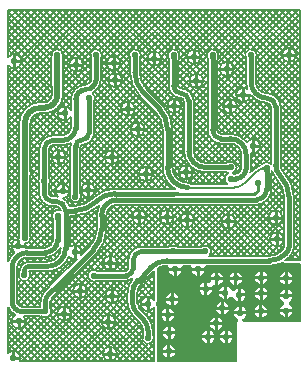
<source format=gbl>
G04 Layer_Physical_Order=2*
G04 Layer_Color=16711680*
%FSLAX25Y25*%
%MOIN*%
G70*
G01*
G75*
%ADD10C,0.00600*%
%ADD11C,0.02000*%
%ADD13C,0.01500*%
%ADD14C,0.01000*%
%ADD38C,0.02200*%
G36*
X66314Y37230D02*
X66304Y37234D01*
X66281Y37237D01*
X66245Y37240D01*
X65973Y37248D01*
X65635Y37250D01*
Y38750D01*
X66314Y38770D01*
Y37230D01*
D02*
G37*
G36*
X57096Y38766D02*
X57119Y38763D01*
X57155Y38760D01*
X57427Y38752D01*
X57765Y38750D01*
Y37250D01*
X57086Y37230D01*
Y38770D01*
X57096Y38766D01*
D02*
G37*
G36*
X18666Y49104D02*
X18663Y49081D01*
X18660Y49045D01*
X18652Y48773D01*
X18650Y48435D01*
X17150D01*
X17130Y49114D01*
X18670D01*
X18666Y49104D01*
D02*
G37*
G36*
X24570Y57086D02*
X23030D01*
X23034Y57096D01*
X23037Y57119D01*
X23040Y57155D01*
X23048Y57427D01*
X23050Y57765D01*
X24550D01*
X24570Y57086D01*
D02*
G37*
G36*
X56751Y57825D02*
X56801Y57820D01*
X56989Y57811D01*
X58259Y57800D01*
Y56800D01*
X56730Y56769D01*
Y57831D01*
X56751Y57825D01*
D02*
G37*
G36*
X55514Y37230D02*
X55504Y37234D01*
X55481Y37237D01*
X55445Y37240D01*
X55173Y37248D01*
X54835Y37250D01*
Y38750D01*
X55514Y38770D01*
Y37230D01*
D02*
G37*
G36*
X12914Y17230D02*
X12904Y17234D01*
X12881Y17237D01*
X12845Y17240D01*
X12573Y17248D01*
X12235Y17250D01*
Y18750D01*
X12914Y18770D01*
Y17230D01*
D02*
G37*
G36*
X14470Y18786D02*
X12930D01*
X12934Y18796D01*
X12937Y18819D01*
X12940Y18855D01*
X12948Y19127D01*
X12950Y19465D01*
X14450D01*
X14470Y18786D01*
D02*
G37*
G36*
X30696Y30666D02*
X30719Y30663D01*
X30755Y30660D01*
X31027Y30652D01*
X31365Y30650D01*
Y29150D01*
X30686Y29130D01*
Y30670D01*
X30696Y30666D01*
D02*
G37*
G36*
X92961Y34649D02*
X93160Y34351D01*
X93458Y34152D01*
X93809Y34082D01*
X98600D01*
X98878Y33854D01*
Y14500D01*
X79508D01*
X79410Y15500D01*
X79519Y15522D01*
X80214Y15986D01*
X80678Y16681D01*
X80742Y17000D01*
X76658D01*
X76722Y16681D01*
X77186Y15986D01*
X77881Y15522D01*
X77990Y15500D01*
X77892Y14500D01*
X77500D01*
Y1122D01*
X51146D01*
X50918Y1400D01*
Y9044D01*
X50925Y9100D01*
X50918Y9156D01*
Y19338D01*
X50848Y19689D01*
X50688Y19928D01*
X50649Y20031D01*
Y20968D01*
X50688Y21072D01*
X50848Y21311D01*
X50918Y21662D01*
Y31466D01*
X50848Y31817D01*
X51357Y32753D01*
X51875Y33029D01*
X53113Y33405D01*
X54372Y33529D01*
X54400Y33524D01*
X54588Y33340D01*
X55063Y32524D01*
X55058Y32500D01*
X59142D01*
X59137Y32524D01*
X59602Y33324D01*
X59810Y33524D01*
X61990D01*
X62198Y33324D01*
X62663Y32524D01*
X62658Y32500D01*
X66742D01*
X66737Y32524D01*
X67203Y33324D01*
X67410Y33524D01*
X88206D01*
Y33504D01*
X90077Y33688D01*
X91876Y34234D01*
X92797Y34726D01*
X92961Y34649D01*
D02*
G37*
G36*
X48770Y9886D02*
X47230D01*
X47234Y9896D01*
X47237Y9919D01*
X47240Y9955D01*
X47248Y10227D01*
X47250Y10565D01*
X48750D01*
X48770Y9886D01*
D02*
G37*
G36*
X83066Y102704D02*
X83063Y102681D01*
X83060Y102645D01*
X83052Y102373D01*
X83050Y102035D01*
X81550D01*
X81530Y102714D01*
X83070D01*
X83066Y102704D01*
D02*
G37*
G36*
X31466D02*
X31463Y102681D01*
X31460Y102645D01*
X31452Y102373D01*
X31450Y102035D01*
X29950D01*
X29930Y102714D01*
X31470D01*
X31466Y102704D01*
D02*
G37*
G36*
X70266D02*
X70263Y102681D01*
X70260Y102645D01*
X70252Y102373D01*
X70250Y102035D01*
X68750D01*
X68730Y102714D01*
X70270D01*
X70266Y102704D01*
D02*
G37*
G36*
X57266D02*
X57263Y102681D01*
X57260Y102645D01*
X57252Y102373D01*
X57250Y102035D01*
X55750D01*
X55730Y102714D01*
X57270D01*
X57266Y102704D01*
D02*
G37*
G36*
X44366D02*
X44363Y102681D01*
X44360Y102645D01*
X44352Y102373D01*
X44350Y102035D01*
X42850D01*
X42830Y102714D01*
X44370D01*
X44366Y102704D01*
D02*
G37*
G36*
X29166Y88404D02*
X29163Y88381D01*
X29160Y88345D01*
X29152Y88073D01*
X29150Y87735D01*
X27650D01*
X27630Y88414D01*
X29170D01*
X29166Y88404D01*
D02*
G37*
G36*
X86675Y66145D02*
X86872Y66215D01*
X87096Y65173D01*
X86972Y65240D01*
X86838Y65289D01*
X86762Y65306D01*
X86792Y65020D01*
X88270D01*
X88266Y65009D01*
X88263Y64986D01*
X88260Y64950D01*
X88252Y64679D01*
X88250Y64341D01*
X86750D01*
X86730Y65011D01*
X86697Y65036D01*
X86597Y65103D01*
X86499Y65159D01*
X86401Y65202D01*
X86305Y65235D01*
X86210Y65255D01*
X86116Y65264D01*
X86024Y65262D01*
X85959Y65252D01*
X85820Y65211D01*
X85615Y65136D01*
X85399Y65042D01*
X85350Y65676D01*
X85779Y65828D01*
X85779Y65834D01*
X85869Y65867D01*
X85959Y65907D01*
X86048Y65955D01*
X86135Y66010D01*
X86222Y66072D01*
X86307Y66141D01*
X86392Y66217D01*
X86558Y66391D01*
X86639Y66489D01*
X86675Y66145D01*
D02*
G37*
G36*
X14170Y62186D02*
X12630D01*
X12634Y62196D01*
X12637Y62219D01*
X12640Y62255D01*
X12648Y62527D01*
X12650Y62865D01*
X14150D01*
X14170Y62186D01*
D02*
G37*
G36*
X14095Y60548D02*
X14087Y60534D01*
X14079Y60508D01*
X14072Y60470D01*
X14066Y60419D01*
X14054Y60192D01*
X14050Y59853D01*
X12550Y60042D01*
X12562Y60688D01*
X14095Y60548D01*
D02*
G37*
G36*
X74714Y65230D02*
X74704Y65234D01*
X74681Y65237D01*
X74645Y65240D01*
X74373Y65248D01*
X74035Y65250D01*
Y66750D01*
X74714Y66770D01*
Y65230D01*
D02*
G37*
G36*
X85435Y60058D02*
X85389Y59996D01*
X85348Y59926D01*
X85313Y59851D01*
X85284Y59769D01*
X85259Y59680D01*
X85240Y59585D01*
X85227Y59483D01*
X85219Y59375D01*
X85216Y59260D01*
X84216D01*
X84213Y59375D01*
X84192Y59585D01*
X84173Y59680D01*
X84149Y59769D01*
X84119Y59851D01*
X84084Y59926D01*
X84043Y59996D01*
X83997Y60058D01*
X83946Y60114D01*
X85486D01*
X85435Y60058D01*
D02*
G37*
%LPC*%
G36*
X96142Y17800D02*
X94600D01*
Y16258D01*
X94919Y16322D01*
X95614Y16786D01*
X96078Y17481D01*
X96142Y17800D01*
D02*
G37*
G36*
X72300Y18600D02*
X70758D01*
X70822Y18281D01*
X71286Y17586D01*
X71981Y17122D01*
X72300Y17058D01*
Y18600D01*
D02*
G37*
G36*
X93600Y17800D02*
X92058D01*
X92122Y17481D01*
X92586Y16786D01*
X93281Y16322D01*
X93600Y16258D01*
Y17800D01*
D02*
G37*
G36*
X54100Y16400D02*
X52558D01*
X52622Y16081D01*
X53086Y15386D01*
X53781Y14922D01*
X54100Y14858D01*
Y16400D01*
D02*
G37*
G36*
X71200Y16042D02*
Y14500D01*
X72742D01*
X72678Y14819D01*
X72214Y15514D01*
X71519Y15978D01*
X71200Y16042D01*
D02*
G37*
G36*
X56642Y16400D02*
X55100D01*
Y14858D01*
X55419Y14922D01*
X56114Y15386D01*
X56578Y16081D01*
X56642Y16400D01*
D02*
G37*
G36*
X87642Y17600D02*
X86100D01*
Y16058D01*
X86419Y16122D01*
X87114Y16586D01*
X87578Y17281D01*
X87642Y17600D01*
D02*
G37*
G36*
X85100D02*
X83558D01*
X83622Y17281D01*
X84086Y16586D01*
X84781Y16122D01*
X85100Y16058D01*
Y17600D01*
D02*
G37*
G36*
X86100Y20142D02*
Y18600D01*
X87642D01*
X87578Y18919D01*
X87114Y19614D01*
X86419Y20078D01*
X86100Y20142D01*
D02*
G37*
G36*
X85100D02*
X84781Y20078D01*
X84086Y19614D01*
X83622Y18919D01*
X83558Y18600D01*
X85100D01*
Y20142D01*
D02*
G37*
G36*
X72300Y21142D02*
X71981Y21078D01*
X71286Y20614D01*
X70822Y19919D01*
X70758Y19600D01*
X72300D01*
Y21142D01*
D02*
G37*
G36*
X96142Y22700D02*
X92058D01*
X92122Y22381D01*
X92586Y21686D01*
X93193Y21280D01*
X93242Y20750D01*
X93193Y20220D01*
X92586Y19814D01*
X92122Y19119D01*
X92058Y18800D01*
X96142D01*
X96078Y19119D01*
X95614Y19814D01*
X95007Y20220D01*
X94958Y20750D01*
X95007Y21280D01*
X95614Y21686D01*
X96078Y22381D01*
X96142Y22700D01*
D02*
G37*
G36*
X79200Y19542D02*
Y18000D01*
X80742D01*
X80678Y18319D01*
X80214Y19014D01*
X79519Y19478D01*
X79200Y19542D01*
D02*
G37*
G36*
X54100Y18942D02*
X53781Y18878D01*
X53086Y18414D01*
X52622Y17719D01*
X52558Y17400D01*
X54100D01*
Y18942D01*
D02*
G37*
G36*
X74842Y18600D02*
X73300D01*
Y17058D01*
X73619Y17122D01*
X74314Y17586D01*
X74778Y18281D01*
X74842Y18600D01*
D02*
G37*
G36*
X78200Y19542D02*
X77881Y19478D01*
X77186Y19014D01*
X76722Y18319D01*
X76658Y18000D01*
X78200D01*
Y19542D01*
D02*
G37*
G36*
X55100Y18942D02*
Y17400D01*
X56642D01*
X56578Y17719D01*
X56114Y18414D01*
X55419Y18878D01*
X55100Y18942D01*
D02*
G37*
G36*
X73500Y9100D02*
X71958D01*
X72022Y8781D01*
X72486Y8086D01*
X73181Y7622D01*
X73500Y7558D01*
Y9100D01*
D02*
G37*
G36*
X70042Y9000D02*
X68500D01*
Y7458D01*
X68819Y7522D01*
X69514Y7986D01*
X69978Y8681D01*
X70042Y9000D01*
D02*
G37*
G36*
X54500Y10400D02*
X52958D01*
X53022Y10081D01*
X53486Y9386D01*
X54181Y8922D01*
X54500Y8858D01*
Y10400D01*
D02*
G37*
G36*
X76042Y9100D02*
X74500D01*
Y7558D01*
X74819Y7622D01*
X75514Y8086D01*
X75978Y8781D01*
X76042Y9100D01*
D02*
G37*
G36*
X67500Y9000D02*
X65958D01*
X66022Y8681D01*
X66486Y7986D01*
X67181Y7522D01*
X67500Y7458D01*
Y9000D01*
D02*
G37*
G36*
X56942Y4300D02*
X55400D01*
Y2758D01*
X55719Y2822D01*
X56414Y3286D01*
X56878Y3981D01*
X56942Y4300D01*
D02*
G37*
G36*
X54400D02*
X52858D01*
X52922Y3981D01*
X53386Y3286D01*
X54081Y2822D01*
X54400Y2758D01*
Y4300D01*
D02*
G37*
G36*
X55400Y6842D02*
Y5300D01*
X56942D01*
X56878Y5619D01*
X56414Y6314D01*
X55719Y6778D01*
X55400Y6842D01*
D02*
G37*
G36*
X54400D02*
X54081Y6778D01*
X53386Y6314D01*
X52922Y5619D01*
X52858Y5300D01*
X54400D01*
Y6842D01*
D02*
G37*
G36*
X57042Y10400D02*
X55500D01*
Y8858D01*
X55819Y8922D01*
X56514Y9386D01*
X56978Y10081D01*
X57042Y10400D01*
D02*
G37*
G36*
X70200Y13500D02*
X68658D01*
X68722Y13181D01*
X69186Y12486D01*
X69881Y12022D01*
X70200Y11958D01*
Y13500D01*
D02*
G37*
G36*
X55500Y12942D02*
Y11400D01*
X57042D01*
X56978Y11719D01*
X56514Y12414D01*
X55819Y12878D01*
X55500Y12942D01*
D02*
G37*
G36*
X70200Y16042D02*
X69881Y15978D01*
X69186Y15514D01*
X68722Y14819D01*
X68658Y14500D01*
X70200D01*
Y16042D01*
D02*
G37*
G36*
X72742Y13500D02*
X71200D01*
Y11958D01*
X71519Y12022D01*
X72214Y12486D01*
X72678Y13181D01*
X72742Y13500D01*
D02*
G37*
G36*
X54500Y12942D02*
X54181Y12878D01*
X53486Y12414D01*
X53022Y11719D01*
X52958Y11400D01*
X54500D01*
Y12942D01*
D02*
G37*
G36*
X68500Y11542D02*
Y10000D01*
X70042D01*
X69978Y10319D01*
X69514Y11014D01*
X68819Y11478D01*
X68500Y11542D01*
D02*
G37*
G36*
X67500D02*
X67181Y11478D01*
X66486Y11014D01*
X66022Y10319D01*
X65958Y10000D01*
X67500D01*
Y11542D01*
D02*
G37*
G36*
X74500Y11642D02*
Y10100D01*
X76042D01*
X75978Y10419D01*
X75514Y11114D01*
X74819Y11578D01*
X74500Y11642D01*
D02*
G37*
G36*
X73500D02*
X73181Y11578D01*
X72486Y11114D01*
X72022Y10419D01*
X71958Y10100D01*
X73500D01*
Y11642D01*
D02*
G37*
G36*
X70400Y28500D02*
X68858D01*
X68922Y28181D01*
X68965Y28116D01*
X68244Y27395D01*
X68119Y27478D01*
X67800Y27542D01*
Y26000D01*
X69342D01*
X69278Y26319D01*
X69235Y26384D01*
X69956Y27105D01*
X70081Y27022D01*
X70400Y26958D01*
Y28500D01*
D02*
G37*
G36*
X87742Y28800D02*
X86200D01*
Y27258D01*
X86519Y27322D01*
X87214Y27786D01*
X87678Y28481D01*
X87742Y28800D01*
D02*
G37*
G36*
X71400Y31042D02*
Y29500D01*
X72942D01*
X72878Y29819D01*
X72414Y30514D01*
X71719Y30978D01*
X71400Y31042D01*
D02*
G37*
G36*
X70400D02*
X70081Y30978D01*
X69386Y30514D01*
X68922Y29819D01*
X68858Y29500D01*
X70400D01*
Y31042D01*
D02*
G37*
G36*
X85200Y28800D02*
X83658D01*
X83722Y28481D01*
X84186Y27786D01*
X84881Y27322D01*
X85200Y27258D01*
Y28800D01*
D02*
G37*
G36*
X79242Y28500D02*
X77700D01*
Y26958D01*
X78019Y27022D01*
X78714Y27486D01*
X79178Y28181D01*
X79242Y28500D01*
D02*
G37*
G36*
X76700D02*
X75158D01*
X75222Y28181D01*
X75686Y27486D01*
X76381Y27022D01*
X76700Y26958D01*
Y28500D01*
D02*
G37*
G36*
X96142Y28600D02*
X94600D01*
Y27058D01*
X94919Y27122D01*
X95614Y27586D01*
X96078Y28281D01*
X96142Y28600D01*
D02*
G37*
G36*
X93600D02*
X92058D01*
X92122Y28281D01*
X92586Y27586D01*
X93281Y27122D01*
X93600Y27058D01*
Y28600D01*
D02*
G37*
G36*
X76700Y31042D02*
X76381Y30978D01*
X75686Y30514D01*
X75222Y29819D01*
X75158Y29500D01*
X76700D01*
Y31042D01*
D02*
G37*
G36*
X59142Y31500D02*
X57600D01*
Y29958D01*
X57919Y30022D01*
X58614Y30486D01*
X59078Y31181D01*
X59142Y31500D01*
D02*
G37*
G36*
X56600D02*
X55058D01*
X55122Y31181D01*
X55586Y30486D01*
X56281Y30022D01*
X56600Y29958D01*
Y31500D01*
D02*
G37*
G36*
X66742D02*
X65200D01*
Y29958D01*
X65519Y30022D01*
X66214Y30486D01*
X66678Y31181D01*
X66742Y31500D01*
D02*
G37*
G36*
X64200D02*
X62658D01*
X62722Y31181D01*
X63186Y30486D01*
X63881Y30022D01*
X64200Y29958D01*
Y31500D01*
D02*
G37*
G36*
X86200Y31342D02*
Y29800D01*
X87742D01*
X87678Y30119D01*
X87214Y30814D01*
X86519Y31278D01*
X86200Y31342D01*
D02*
G37*
G36*
X93600Y31142D02*
X93281Y31078D01*
X92586Y30614D01*
X92122Y29919D01*
X92058Y29600D01*
X93600D01*
Y31142D01*
D02*
G37*
G36*
X77700Y31042D02*
Y29500D01*
X79242D01*
X79178Y29819D01*
X78714Y30514D01*
X78019Y30978D01*
X77700Y31042D01*
D02*
G37*
G36*
X85200Y31342D02*
X84881Y31278D01*
X84186Y30814D01*
X83722Y30119D01*
X83658Y29800D01*
X85200D01*
Y31342D01*
D02*
G37*
G36*
X94600Y31142D02*
Y29600D01*
X96142D01*
X96078Y29919D01*
X95614Y30614D01*
X94919Y31078D01*
X94600Y31142D01*
D02*
G37*
G36*
X72942Y28500D02*
X71400D01*
Y26958D01*
X71719Y27022D01*
X72414Y27486D01*
X72878Y28181D01*
X72942Y28500D01*
D02*
G37*
G36*
X87742Y23500D02*
X86200D01*
Y21958D01*
X86519Y22022D01*
X87214Y22486D01*
X87678Y23181D01*
X87742Y23500D01*
D02*
G37*
G36*
X85200D02*
X83658D01*
X83722Y23181D01*
X84186Y22486D01*
X84881Y22022D01*
X85200Y21958D01*
Y23500D01*
D02*
G37*
G36*
X55600Y24142D02*
X55281Y24078D01*
X54586Y23614D01*
X54122Y22919D01*
X54058Y22600D01*
X55600D01*
Y24142D01*
D02*
G37*
G36*
X73200Y23800D02*
X71658D01*
X71722Y23481D01*
X72186Y22786D01*
X72881Y22322D01*
X73200Y22258D01*
Y23800D01*
D02*
G37*
G36*
X80442Y23100D02*
X78900D01*
Y21558D01*
X79219Y21622D01*
X79914Y22086D01*
X80378Y22781D01*
X80442Y23100D01*
D02*
G37*
G36*
X55600Y21600D02*
X54058D01*
X54122Y21281D01*
X54586Y20586D01*
X55281Y20122D01*
X55600Y20058D01*
Y21600D01*
D02*
G37*
G36*
X73300Y21142D02*
Y19600D01*
X74842D01*
X74778Y19919D01*
X74314Y20614D01*
X73619Y21078D01*
X73300Y21142D01*
D02*
G37*
G36*
X74200Y26342D02*
Y24300D01*
Y22258D01*
X74519Y22322D01*
X75214Y22786D01*
X75358Y23002D01*
X76420Y22791D01*
X76422Y22781D01*
X76886Y22086D01*
X77581Y21622D01*
X77900Y21558D01*
Y23600D01*
Y25642D01*
X77581Y25578D01*
X76886Y25114D01*
X76742Y24898D01*
X75680Y25109D01*
X75678Y25119D01*
X75214Y25814D01*
X74519Y26278D01*
X74200Y26342D01*
D02*
G37*
G36*
X58142Y21600D02*
X56600D01*
Y20058D01*
X56919Y20122D01*
X57614Y20586D01*
X58078Y21281D01*
X58142Y21600D01*
D02*
G37*
G36*
X56600Y24142D02*
Y22600D01*
X58142D01*
X58078Y22919D01*
X57614Y23614D01*
X56919Y24078D01*
X56600Y24142D01*
D02*
G37*
G36*
X86200Y26042D02*
Y24500D01*
X87742D01*
X87678Y24819D01*
X87214Y25514D01*
X86519Y25978D01*
X86200Y26042D01*
D02*
G37*
G36*
X85200D02*
X84881Y25978D01*
X84186Y25514D01*
X83722Y24819D01*
X83658Y24500D01*
X85200D01*
Y26042D01*
D02*
G37*
G36*
X66800Y27542D02*
X66481Y27478D01*
X65786Y27014D01*
X65322Y26319D01*
X65258Y26000D01*
X66800D01*
Y27542D01*
D02*
G37*
G36*
X73200Y26342D02*
X72881Y26278D01*
X72186Y25814D01*
X71722Y25119D01*
X71658Y24800D01*
X73200D01*
Y26342D01*
D02*
G37*
G36*
X78900Y25642D02*
Y24100D01*
X80442D01*
X80378Y24419D01*
X79914Y25114D01*
X79219Y25578D01*
X78900Y25642D01*
D02*
G37*
G36*
X69342Y25000D02*
X67800D01*
Y23458D01*
X68119Y23522D01*
X68814Y23986D01*
X69278Y24681D01*
X69342Y25000D01*
D02*
G37*
G36*
X66800D02*
X65258D01*
X65322Y24681D01*
X65786Y23986D01*
X66481Y23522D01*
X66800Y23458D01*
Y25000D01*
D02*
G37*
G36*
X94600Y25242D02*
Y23700D01*
X96142D01*
X96078Y24019D01*
X95614Y24714D01*
X94919Y25178D01*
X94600Y25242D01*
D02*
G37*
G36*
X93600D02*
X93281Y25178D01*
X92586Y24714D01*
X92122Y24019D01*
X92058Y23700D01*
X93600D01*
Y25242D01*
D02*
G37*
%LPD*%
D10*
X84300Y103500D02*
G03*
X80621Y102413I-2000J0D01*
G01*
X83971Y102400D02*
G03*
X84300Y103500I-1671J1100D01*
G01*
X97400D02*
G03*
X97400Y103500I-2400J0D01*
G01*
X71500D02*
G03*
X67821Y102413I-2000J0D01*
G01*
X71171Y102400D02*
G03*
X71500Y103500I-1671J1100D01*
G01*
X76600Y98800D02*
G03*
X76600Y98800I-2400J0D01*
G01*
X92173Y86277D02*
G03*
X87700Y90750I-4473J0D01*
G01*
X88873Y86277D02*
G03*
X87700Y87450I-1173J0D01*
G01*
X80650Y94500D02*
G03*
X81038Y92192I7050J0D01*
G01*
X83950Y94500D02*
G03*
X87700Y90750I3750J0D01*
G01*
X82100Y90217D02*
G03*
X87700Y87450I5600J4283D01*
G01*
X85400Y73100D02*
G03*
X80998Y74424I-2400J0D01*
G01*
X82333Y70794D02*
G03*
X85400Y73100I667J2306D01*
G01*
X82350Y70309D02*
G03*
X82333Y70794I-6941J0D01*
G01*
X81038Y92192D02*
G03*
X82100Y90200I-1338J-1992D01*
G01*
X77800Y86329D02*
G03*
X77800Y86329I-2400J0D01*
G01*
X71150Y78400D02*
G03*
X72300Y77250I1150J0D01*
G01*
X80998Y74424D02*
G03*
X75409Y77250I-5589J-4115D01*
G01*
X79050Y70309D02*
G03*
X75409Y73950I-3641J0D01*
G01*
X67850Y78400D02*
G03*
X72300Y73950I4450J0D01*
G01*
X65600Y102900D02*
G03*
X65600Y102900I-2400J0D01*
G01*
X58171Y102400D02*
G03*
X58500Y103500I-1671J1100D01*
G01*
D02*
G03*
X54821Y102413I-2000J0D01*
G01*
X66500Y94900D02*
G03*
X66500Y94900I-2400J0D01*
G01*
X52500Y102300D02*
G03*
X52500Y102300I-2400J0D01*
G01*
X45600Y103500D02*
G03*
X41921Y102413I-2000J0D01*
G01*
X45271Y102400D02*
G03*
X45600Y103500I-1671J1100D01*
G01*
X45250Y97842D02*
G03*
X47696Y91938I8350J0D01*
G01*
X41950Y97842D02*
G03*
X45362Y89604I11650J0D01*
G01*
X63250Y88000D02*
G03*
X58800Y92450I-4450J0D01*
G01*
X59950Y88000D02*
G03*
X58800Y89150I-1150J0D01*
G01*
X58150Y93100D02*
G03*
X58800Y92450I650J0D01*
G01*
X54850Y93100D02*
G03*
X58800Y89150I3950J0D01*
G01*
X59100Y86500D02*
G03*
X59100Y86500I-2400J0D01*
G01*
X43700Y85600D02*
G03*
X43700Y85600I-2400J0D01*
G01*
X56150Y78658D02*
G03*
X52738Y86896I-11650J0D01*
G01*
X52850Y78658D02*
G03*
X50404Y84562I-8350J0D01*
G01*
X46900Y78700D02*
G03*
X46900Y78700I-2400J0D01*
G01*
X92173Y66908D02*
G03*
X93263Y64270I3735J0D01*
G01*
X89207Y64764D02*
G03*
X90933Y61933I6700J2144D01*
G01*
X88873Y67260D02*
G03*
X86006Y67136I-1373J-1455D01*
G01*
X85332Y66633D02*
G03*
X84886Y66456I2168J-6126D01*
G01*
X96650Y56099D02*
G03*
X93267Y64267I-11551J0D01*
G01*
X93350Y56099D02*
G03*
X90933Y61933I-8251J0D01*
G01*
X84886Y66456D02*
G03*
X82905Y65102I2614J-5950D01*
G01*
X82149Y64346D02*
G03*
X82350Y65783I-5032J1438D01*
G01*
X77500Y66000D02*
G03*
X74414Y67679I-2000J0D01*
G01*
X76125Y64100D02*
G03*
X77500Y66000I-624J1900D01*
G01*
X74400Y64329D02*
G03*
X74875Y64100I1100J1671D01*
G01*
X77117Y63850D02*
G03*
X79050Y65783I0J1933D01*
G01*
X76630Y63850D02*
G03*
X76125Y64100I-1130J-1650D01*
G01*
X74875D02*
G03*
X74446Y60500I624J-1900D01*
G01*
X84000Y53550D02*
G03*
X89150Y58700I0J5150D01*
G01*
X92900Y49300D02*
G03*
X92900Y49300I-2400J0D01*
G01*
X95167Y36133D02*
G03*
X96650Y39714I-3581J3581D01*
G01*
X93809Y35000D02*
G03*
X95167Y36133I-5603J8094D01*
G01*
X93300Y42000D02*
G03*
X93300Y42000I-2400J0D01*
G01*
X92836Y38470D02*
G03*
X93350Y39714I-1250J1245D01*
G01*
X88206Y36550D02*
G03*
X92830Y38463I0J6544D01*
G01*
X77200Y48000D02*
G03*
X77200Y48000I-2400J0D01*
G01*
X69100Y38000D02*
G03*
X66013Y39679I-2000J0D01*
G01*
X68477Y36550D02*
G03*
X69100Y38000I-1378J1450D01*
G01*
X63250Y71500D02*
G03*
X67100Y67650I3850J0D01*
G01*
X59950Y71500D02*
G03*
X67100Y64350I7150J0D01*
G01*
X63000Y64400D02*
G03*
X63000Y64400I-2400J0D01*
G01*
X56150Y66000D02*
G03*
X61200Y60950I5050J0D01*
G01*
X62332Y60500D02*
G03*
X61200Y60950I-1132J-1200D01*
G01*
X63400Y48400D02*
G03*
X63400Y48400I-2400J0D01*
G01*
X57026Y58728D02*
G03*
X56200Y58950I-826J-1428D01*
G01*
X52850Y66000D02*
G03*
X57097Y58728I8350J0D01*
G01*
X49600Y63800D02*
G03*
X49600Y63800I-2400J0D01*
G01*
X56624Y49500D02*
G03*
X56624Y49500I-2400J0D01*
G01*
X47400Y49400D02*
G03*
X47400Y49400I-2400J0D01*
G01*
X57400Y39671D02*
G03*
X55213Y39679I-1100J-1671D01*
G01*
X49650Y11396D02*
G03*
X47467Y16667I-7454J0D01*
G01*
X50000Y9100D02*
G03*
X49679Y10187I-2000J0D01*
G01*
X46329Y10200D02*
G03*
X50000Y9100I1671J-1100D01*
G01*
X45900Y39650D02*
G03*
X41450Y35200I0J-4450D01*
G01*
X40583Y28250D02*
G03*
X42826Y28905I0J4167D01*
G01*
X45663Y27130D02*
G03*
X44450Y24196I2941J-2934D01*
G01*
X40583Y31550D02*
G03*
X41450Y32417I0J867D01*
G01*
X42826Y28905D02*
G03*
X41150Y24196I5778J-4709D01*
G01*
X50000Y21662D02*
G03*
X50000Y19338I-2100J-1162D01*
G01*
X46350Y11396D02*
G03*
X45137Y14330I-4154J0D01*
G01*
X44450Y21000D02*
G03*
X45378Y18756I3178J0D01*
G01*
X41150Y21000D02*
G03*
X43047Y16419I6478J0D01*
G01*
X38900Y100700D02*
G03*
X38900Y100700I-2400J0D01*
G01*
X32371Y102400D02*
G03*
X32700Y103500I-1671J1100D01*
G01*
X39400Y95100D02*
G03*
X39400Y95100I-2400J0D01*
G01*
X29533Y90848D02*
G03*
X32350Y95500I-2433J4652D01*
G01*
X32700Y103500D02*
G03*
X29021Y102413I-2000J0D01*
G01*
X27100Y93550D02*
G03*
X29050Y95500I0J1950D01*
G01*
X27100Y93550D02*
G03*
X22250Y88700I0J-4850D01*
G01*
X26400Y100300D02*
G03*
X26400Y100300I-2400J0D01*
G01*
X38300Y69400D02*
G03*
X38300Y69400I-2400J0D01*
G01*
X30071Y88100D02*
G03*
X30400Y89200I-1671J1100D01*
G01*
D02*
G03*
X29533Y90848I-2000J0D01*
G01*
X25800Y73450D02*
G03*
X30050Y77700I0J4250D01*
G01*
X25800Y73450D02*
G03*
X25550Y73200I0J-250D01*
G01*
X25800Y56300D02*
G03*
X25479Y57386I-2000J0D01*
G01*
X22364Y74092D02*
G03*
X22298Y73784I3436J-892D01*
G01*
X19700Y73450D02*
G03*
X22364Y74092I0J5850D01*
G01*
X25450Y72634D02*
G03*
X25550Y73200I-1550J566D01*
G01*
X25450Y72634D02*
G03*
X25550Y73200I-1550J566D01*
G01*
X22298Y73784D02*
G03*
X22150Y73100I1502J-684D01*
G01*
X22298Y73784D02*
G03*
X22150Y73100I1502J-684D01*
G01*
X22250Y85248D02*
G03*
X22250Y82752I-2050J-1248D01*
G01*
X19700Y76750D02*
G03*
X22250Y79300I0J2550D01*
G01*
X19600Y102875D02*
G03*
X19700Y103500I-1900J624D01*
G01*
D02*
G03*
X15800Y102875I-2000J0D01*
G01*
X19700Y93017D02*
G03*
X19600Y93642I-2000J0D01*
G01*
X15800Y93117D02*
G03*
X15900Y92509I1900J0D01*
G01*
X15800Y93117D02*
G03*
X15900Y92509I1900J0D01*
G01*
X13565Y87865D02*
G03*
X15900Y90200I0J2335D01*
G01*
X13565Y84065D02*
G03*
X19700Y90200I0J6135D01*
G01*
X12200Y87865D02*
G03*
X5000Y80665I0J-7200D01*
G01*
X12200Y84065D02*
G03*
X8800Y80665I0J-3400D01*
G01*
X5800Y101400D02*
G03*
X1400Y102727I-2400J0D01*
G01*
Y100073D02*
G03*
X5800Y101400I2000J1327D01*
G01*
X20500Y69500D02*
G03*
X20500Y69500I-2400J0D01*
G01*
X16400Y73450D02*
G03*
X15050Y72100I0J-1350D01*
G01*
X16400Y76750D02*
G03*
X11750Y72100I0J-4650D01*
G01*
X21900Y58100D02*
G03*
X17906Y56306I-2400J0D01*
G01*
X17906Y56306D02*
G03*
X17419Y56331I-487J-4706D01*
G01*
X14972Y60163D02*
G03*
X15400Y61400I-1571J1237D01*
G01*
D02*
G03*
X15079Y62486I-2000J0D01*
G01*
X14950Y57500D02*
G03*
X16119Y56331I1169J0D01*
G01*
X8954Y64200D02*
G03*
X8800Y64970I-2000J0D01*
G01*
X5000Y64625D02*
G03*
X5000Y63775I1954J-425D01*
G01*
X11729Y62500D02*
G03*
X11640Y60451I1671J-1100D01*
G01*
X8800Y63430D02*
G03*
X8954Y64200I-1846J770D01*
G01*
X37700Y53550D02*
G03*
X34150Y50000I0J-3550D01*
G01*
X36935Y58950D02*
G03*
X29733Y55967I0J-10186D01*
G01*
X31657Y53226D02*
G03*
X30850Y50000I6043J-3226D01*
G01*
X30738Y37204D02*
G03*
X34150Y45442I-8238J8238D01*
G01*
X28408Y39542D02*
G03*
X30850Y45442I-5908J5900D01*
G01*
X37800Y34200D02*
G03*
X37800Y34200I-2400J0D01*
G01*
X30400Y58400D02*
G03*
X30400Y58400I-2400J0D01*
G01*
X23558Y49950D02*
G03*
X31657Y53226I0J11650D01*
G01*
X23558Y53250D02*
G03*
X29462Y55696I0J8350D01*
G01*
X22129Y57400D02*
G03*
X25800Y56300I1671J-1100D01*
G01*
X25900Y37700D02*
G03*
X22150Y39684I-2400J0D01*
G01*
X25781Y36953D02*
G03*
X25900Y37700I-2281J747D01*
G01*
X21600Y36233D02*
G03*
X24212Y35408I1900J1467D01*
G01*
X38400Y23100D02*
G03*
X38400Y23100I-2400J0D01*
G01*
X31000Y31571D02*
G03*
X30986Y28221I-1100J-1671D01*
G01*
X37700Y3900D02*
G03*
X37700Y3900I-2400J0D01*
G01*
X37200Y14600D02*
G03*
X37200Y14600I-2400J0D01*
G01*
X27700Y24800D02*
G03*
X27700Y24800I-2400J0D01*
G01*
X22400Y17300D02*
G03*
X22400Y17300I-2400J0D01*
G01*
X19756Y55714D02*
G03*
X21900Y58100I-256J2386D01*
G01*
X21853Y53250D02*
G03*
X19756Y55714I-4434J-1650D01*
G01*
X18849Y51661D02*
G03*
X17419Y53031I-1430J-61D01*
G01*
X18849Y51661D02*
G03*
X16221Y48814I-949J-1761D01*
G01*
X11650Y57500D02*
G03*
X16119Y53031I4469J0D01*
G01*
X13600Y35950D02*
G03*
X18850Y39100I0J5950D01*
G01*
X14400Y34650D02*
G03*
X18850Y39100I0J4450D01*
G01*
X13600Y39250D02*
G03*
X16250Y41900I0J2650D01*
G01*
X14400Y31350D02*
G03*
X21600Y36233I0J7750D01*
G01*
X8900Y42600D02*
G03*
X8800Y43224I-2000J0D01*
G01*
X7061Y40606D02*
G03*
X8900Y42600I-160J1994D01*
G01*
X5000Y43224D02*
G03*
X4941Y42196I1900J-624D01*
G01*
X7200Y39800D02*
G03*
X7061Y40606I-2400J0D01*
G01*
X7130Y39226D02*
G03*
X7200Y39800I-2330J575D01*
G01*
X7700Y39250D02*
G03*
X7130Y39226I0J-6650D01*
G01*
X7700Y35950D02*
G03*
X4350Y32600I0J-3350D01*
G01*
X4941Y42196D02*
G03*
X3518Y37771I-141J-2396D01*
G01*
Y37771D02*
G03*
X1400Y34729I4182J-5171D01*
G01*
X16251Y22896D02*
G03*
X15350Y20720I2176J-2176D01*
G01*
X8800Y30000D02*
G03*
X8450Y31130I-2000J0D01*
G01*
X8200Y34650D02*
G03*
X5150Y31600I0J-3050D01*
G01*
X13918Y25230D02*
G03*
X12050Y20720I4510J-4510D01*
G01*
X15700Y18000D02*
G03*
X15379Y19086I-2000J0D01*
G01*
X12600Y16329D02*
G03*
X15700Y18000I1100J1671D01*
G01*
X7300Y14700D02*
G03*
X6643Y16350I-2400J0D01*
G01*
X5233Y1400D02*
G03*
X5500Y2500I-2133J1100D01*
G01*
X5150Y31130D02*
G03*
X8800Y30000I1650J-1130D01*
G01*
X4350Y21200D02*
G03*
X5900Y19650I1550J0D01*
G01*
X1400Y19391D02*
G03*
X3795Y16831I4500J1809D01*
G01*
Y16830D02*
G03*
X7300Y14700I1105J-2131D01*
G01*
X5500Y2500D02*
G03*
X1400Y4194I-2400J0D01*
G01*
X76500Y59300D02*
G03*
X80426Y60926I0J5553D01*
G01*
X87500Y65805D02*
G03*
X83753Y64253I0J-5299D01*
G01*
X6954Y64200D02*
G03*
X6900Y64069I131J-131D01*
G01*
Y64331D02*
G03*
X6954Y64200I186J0D01*
G01*
X91920Y118600D02*
X98600Y111920D01*
X96162Y118600D02*
X98600Y116162D01*
X89798Y118600D02*
X98600Y109798D01*
X85556Y118600D02*
X98600Y105556D01*
X87677Y118600D02*
X98600Y107677D01*
X83434Y118600D02*
X98600Y103434D01*
X97389Y103271D02*
X98600Y104482D01*
X98284Y118600D02*
X98600Y118284D01*
X97250Y102664D02*
X98600Y101313D01*
X96927Y104931D02*
X98600Y106604D01*
X95677Y105802D02*
X98600Y108725D01*
X84163Y102774D02*
X98600Y117210D01*
X94041Y118600D02*
X98600Y114041D01*
X83929Y104660D02*
X97868Y118600D01*
X82621Y105474D02*
X95747Y118600D01*
X81313D02*
X94164Y105749D01*
X83968Y102030D02*
X83969Y102358D01*
X80621Y102413D02*
X80633Y102008D01*
X87046Y90807D02*
X98600Y102361D01*
X96306Y101486D02*
X98600Y99192D01*
X84226Y102960D02*
X98600Y88585D01*
X83950Y98318D02*
X98600Y112968D01*
X83950Y100439D02*
X98600Y115089D01*
X83950Y96196D02*
X98600Y110846D01*
X88936Y90576D02*
X98600Y100240D01*
X94523Y101148D02*
X98600Y97070D01*
X83950Y96871D02*
X98600Y82221D01*
X83950Y101114D02*
X98600Y86464D01*
X83950Y98993D02*
X98600Y84343D01*
X84516Y92519D02*
X93569Y101573D01*
X83950Y94500D02*
Y101944D01*
X80650Y94500D02*
Y101933D01*
X83972Y94097D02*
X92698Y102823D01*
X90357Y89875D02*
X98600Y98118D01*
X90357Y89875D02*
X98600Y98118D01*
X91397Y88794D02*
X98600Y95997D01*
X85547Y91430D02*
X95228Y101111D01*
X83950Y94750D02*
X87957Y90743D01*
X69882Y105463D02*
X83019Y118600D01*
X68585D02*
X81760Y105426D01*
X71158Y104618D02*
X85141Y118600D01*
X65571Y103273D02*
X80898Y118600D01*
X64343D02*
X80624Y102319D01*
X62221Y118600D02*
X80650Y100171D01*
X79192Y118600D02*
X92986Y104806D01*
X77070Y118600D02*
X92648Y103023D01*
X75700Y100674D02*
X93626Y118600D01*
X74102Y101198D02*
X91504Y118600D01*
X71309Y102647D02*
X87262Y118600D01*
X71150Y100367D02*
X89383Y118600D01*
X66464D02*
X80567Y104497D01*
X64834Y104658D02*
X78777Y118600D01*
X63350Y105295D02*
X76655Y118600D01*
X58261Y104448D02*
X72413Y118600D01*
X58169Y102235D02*
X74534Y118600D01*
X76529Y99381D02*
X80326Y103179D01*
X71441Y103017D02*
X73396Y101061D01*
X71150Y101186D02*
X72204Y100132D01*
X72828Y118600D02*
X98600Y92828D01*
X74949Y118600D02*
X98600Y94949D01*
X71150Y91882D02*
X80650Y101382D01*
X57979Y118600D02*
X80650Y95929D01*
X60100Y118600D02*
X80650Y98050D01*
X70706Y118600D02*
X98600Y90706D01*
X76461Y97996D02*
X80688Y93769D01*
X71150Y89760D02*
X80650Y99260D01*
X71150Y87639D02*
X80650Y97139D01*
X71150Y85518D02*
X80650Y95018D01*
X71150Y94822D02*
X88873Y77099D01*
X71150Y99065D02*
X71838Y98377D01*
X71150Y98246D02*
X71802Y98897D01*
X75532Y96804D02*
X79736Y92600D01*
X71150Y96124D02*
X72326Y97300D01*
X73777Y96438D02*
X78168Y92047D01*
X71150Y94003D02*
X73619Y96472D01*
X71150Y96943D02*
X77360Y90733D01*
X92173Y83206D02*
X98600Y89633D01*
X92173Y85327D02*
X98600Y91754D01*
X92173Y81085D02*
X98600Y87512D01*
X92049Y87324D02*
X98600Y93876D01*
X86969Y87488D02*
X88873Y85584D01*
X92173Y76842D02*
X98600Y83269D01*
X92173Y84406D02*
X98600Y77979D01*
X92173Y82284D02*
X98600Y75857D01*
X92165Y86535D02*
X98600Y80100D01*
X92173Y78963D02*
X98600Y85391D01*
X80282Y92528D02*
X80801Y93048D01*
X83494Y88842D02*
X88873Y83463D01*
X81547Y88668D02*
X88873Y81342D01*
X80233Y87860D02*
X88873Y79221D01*
X78907Y76304D02*
X88873Y86270D01*
X92173Y80163D02*
X98600Y73736D01*
X92173Y74721D02*
X98600Y81148D01*
X92173Y72599D02*
X98600Y79027D01*
X82213Y75367D02*
X88873Y82027D01*
X80126Y75401D02*
X88873Y84149D01*
X84165Y75198D02*
X88873Y79906D01*
X92173Y70478D02*
X98600Y76905D01*
X92173Y78042D02*
X98600Y71615D01*
X92173Y68357D02*
X98600Y74784D01*
X85184Y74096D02*
X88873Y77785D01*
X92173Y75921D02*
X98600Y69493D01*
X85031Y71822D02*
X88873Y75663D01*
X85242Y72244D02*
X88873Y68614D01*
X84289Y71076D02*
X87561Y67804D01*
X87375Y67801D02*
X88873Y69299D01*
X82350Y69140D02*
X84278Y71069D01*
X77451Y87576D02*
X78201Y88326D01*
X76306Y88552D02*
X77372Y89618D01*
X71603Y77485D02*
X83195Y89077D01*
X77723Y85727D02*
X79798Y87802D01*
X75607Y77247D02*
X86015Y87654D01*
X71150Y79154D02*
X76003Y84006D01*
X73489Y77250D02*
X84472Y88233D01*
X71150Y92701D02*
X75136Y88715D01*
X71150Y90579D02*
X73703Y88026D01*
X71150Y88458D02*
X73015Y86594D01*
X71150Y79973D02*
X73873Y77250D01*
X72300D02*
X75409D01*
X71150Y83396D02*
X73177Y85424D01*
X71150Y81275D02*
X74154Y84279D01*
X77431Y76949D02*
X87912Y87431D01*
X77431Y76949D02*
X87912Y87431D01*
X77785Y86065D02*
X88873Y74978D01*
X71150Y86337D02*
X82144Y75342D01*
X71150Y84215D02*
X79327Y76039D01*
X77097Y84632D02*
X88873Y72857D01*
X75664Y83944D02*
X88873Y70735D01*
X76622Y67655D02*
X79050Y70083D01*
X72930Y73950D02*
X79050Y67830D01*
X71150Y82094D02*
X76021Y77223D01*
X72300Y73950D02*
X75409D01*
X75051D02*
X79050Y69951D01*
X63250Y79387D02*
X74774Y67864D01*
X66134Y67773D02*
X72310Y73950D01*
X74661Y67816D02*
X78704Y71858D01*
X74008Y67667D02*
X74414Y67679D01*
X72374Y67650D02*
X77789Y73065D01*
X67100Y67650D02*
X73933D01*
X70253D02*
X76412Y73809D01*
X57099Y105408D02*
X70291Y118600D01*
X55857D02*
X69017Y105441D01*
X52433Y102863D02*
X68170Y118600D01*
X53736D02*
X67793Y104543D01*
X51615Y118600D02*
X67821Y102393D01*
X71168Y102030D02*
X71169Y102358D01*
X67821Y102413D02*
X67833Y102008D01*
X65570Y102523D02*
X67850Y100243D01*
X64832Y101140D02*
X67850Y98122D01*
X63825Y97284D02*
X67850Y101310D01*
X52408Y102957D02*
X54850Y100515D01*
X58150Y100095D02*
X60805Y102750D01*
X58168Y102030D02*
X58169Y102358D01*
X58150Y97974D02*
X61442Y101266D01*
X54821Y102413D02*
X54833Y102008D01*
X52166Y101078D02*
X54850Y98394D01*
X67850Y78400D02*
Y101933D01*
X65507Y96845D02*
X67850Y99188D01*
X71150Y78400D02*
Y101944D01*
X63346Y100505D02*
X67850Y96001D01*
X58150Y93731D02*
X67537Y103118D01*
X66474Y95256D02*
X67850Y93879D01*
X66393Y95610D02*
X67850Y97067D01*
X62818Y89913D02*
X67850Y94946D01*
X58150Y97215D02*
X67850Y87515D01*
X58150Y95094D02*
X67850Y85394D01*
X58484Y103246D02*
X64456Y97273D01*
X58150Y101458D02*
X62734Y96874D01*
X58150Y93100D02*
Y101944D01*
Y95852D02*
X62827Y100529D01*
X58150Y99337D02*
X61824Y95662D01*
X54850Y93100D02*
Y101933D01*
X58987Y92446D02*
X61716Y95175D01*
X45418Y104333D02*
X59685Y118600D01*
X44327Y105363D02*
X57563Y118600D01*
X45251D02*
X60804Y103046D01*
X43129Y118600D02*
X56246Y105484D01*
X41008Y118600D02*
X54903Y104705D01*
X38636Y101794D02*
X55442Y118600D01*
X50026Y104699D02*
X63927Y118600D01*
X49493D02*
X62823Y105270D01*
X51612Y104164D02*
X66049Y118600D01*
X47372D02*
X61440Y104532D01*
X45268Y102062D02*
X61806Y118600D01*
X38887D02*
X54595Y102892D01*
X45268Y102030D02*
X45269Y102358D01*
X41921Y102413D02*
X41933Y102008D01*
X45250Y99923D02*
X47701Y102374D01*
X51034Y100089D02*
X54850Y96273D01*
X46023Y94332D02*
X54592Y102901D01*
X46804Y92991D02*
X54850Y101037D01*
X45598Y103404D02*
X54850Y94151D01*
X45477Y95907D02*
X49537Y99967D01*
X45250Y101630D02*
X55065Y91815D01*
X48844Y90789D02*
X54850Y96795D01*
X47784Y91850D02*
X54850Y98916D01*
X45263Y97374D02*
X54745Y87892D01*
X45250Y99509D02*
X55972Y88787D01*
X39378Y94774D02*
X52152Y82000D01*
X45250Y97842D02*
Y101944D01*
X41950Y97842D02*
Y101933D01*
X45250Y97802D02*
X48236Y100788D01*
X38520Y101997D02*
X41950Y98566D01*
X38697Y99733D02*
X41737Y102773D01*
X38240Y97155D02*
X41950Y100865D01*
X39219Y96013D02*
X41950Y98744D01*
X38686Y99709D02*
X42046Y96349D01*
X37669Y98604D02*
X42800Y93473D01*
X64862Y92624D02*
X67850Y89637D01*
X66074Y93534D02*
X67850Y91758D01*
X63245Y88219D02*
X67850Y92824D01*
X61938Y91155D02*
X63390Y92607D01*
X60690Y92028D02*
X62155Y93493D01*
X63250Y83982D02*
X67850Y88582D01*
X63250Y86103D02*
X67850Y90703D01*
X63250Y87873D02*
X67850Y83273D01*
X63250Y81860D02*
X67850Y86460D01*
X63250Y85751D02*
X67850Y81151D01*
X58166Y92957D02*
X58657Y92466D01*
X58663Y87880D02*
X59605Y88822D01*
X57515Y89365D02*
X59950Y86930D01*
X57444Y88782D02*
X57913Y89251D01*
X58987Y85772D02*
X59950Y84809D01*
X59078Y86173D02*
X59950Y87046D01*
X58092Y84545D02*
X59950Y82687D01*
X63250Y81509D02*
X68292Y76467D01*
X63250Y77618D02*
X67850Y82218D01*
X63250Y75496D02*
X67850Y80096D01*
X63250Y83630D02*
X67850Y79030D01*
X63250Y79739D02*
X67850Y84339D01*
X63250Y71500D02*
Y88000D01*
X64716Y68477D02*
X70548Y74309D01*
X63739Y69622D02*
X69264Y75146D01*
X63306Y70846D02*
X66446Y67706D01*
X63250Y73375D02*
X67869Y77994D01*
X63257Y71261D02*
X68349Y76353D01*
X56150Y76882D02*
X59950Y80682D01*
X56397Y84119D02*
X59950Y80566D01*
Y71500D02*
Y88000D01*
X56150Y74760D02*
X59950Y78560D01*
X56145Y78998D02*
X59950Y82803D01*
X56150Y78002D02*
X59950Y74202D01*
X56150Y73760D02*
X60170Y69739D01*
X56150Y70518D02*
X59950Y74318D01*
X56150Y68396D02*
X59950Y72196D01*
X56150Y72639D02*
X59950Y76439D01*
X56150Y75881D02*
X59950Y72081D01*
X52026Y87607D02*
X55441Y91022D01*
X53080Y86539D02*
X56459Y89919D01*
X50966Y88668D02*
X54884Y92586D01*
X49905Y89728D02*
X54850Y94674D01*
X45897Y94619D02*
X54319Y86197D01*
X54829Y84046D02*
X55320Y84537D01*
X55474Y82569D02*
X57027Y84122D01*
X54026Y85364D02*
X54418Y85756D01*
X47696Y91938D02*
X52738Y86896D01*
X43700Y85644D02*
X46511Y88456D01*
X45362Y89604D02*
X50404Y84562D01*
X43110Y87176D02*
X45450Y89516D01*
X41767Y87954D02*
X44447Y90635D01*
X42265Y83402D02*
X44568Y81099D01*
X55931Y80905D02*
X59950Y84924D01*
X43589Y86320D02*
X52850Y77060D01*
X38662Y93369D02*
X52833Y79198D01*
X43382Y84406D02*
X52850Y74938D01*
X56043Y80230D02*
X59950Y76323D01*
X55252Y83143D02*
X59950Y78445D01*
X46899Y78768D02*
X52850Y72817D01*
X46361Y77185D02*
X52850Y70696D01*
X45058Y76366D02*
X52850Y68574D01*
X46526Y79986D02*
X50743Y84203D01*
X45360Y80941D02*
X49693Y85274D01*
X46843Y78181D02*
X51643Y82982D01*
X39882Y83664D02*
X42985Y80561D01*
X37617Y71077D02*
X43214Y76674D01*
X38289Y69627D02*
X45019Y76357D01*
X92838Y64780D02*
X98600Y70541D01*
X92225Y66287D02*
X98600Y72663D01*
X93835Y63655D02*
X98600Y68420D01*
X92173Y71678D02*
X98600Y65251D01*
X92173Y73799D02*
X98600Y67372D01*
X92173Y69557D02*
X98600Y63129D01*
X95515Y61092D02*
X98600Y64177D01*
X94749Y62448D02*
X98600Y66299D01*
X96116Y59572D02*
X98600Y62056D01*
X92173Y67435D02*
X98600Y61008D01*
X93861Y63626D02*
X98600Y58887D01*
X92173Y66908D02*
Y86277D01*
X88873Y67260D02*
Y86277D01*
X85043Y66541D02*
X85439Y66681D01*
X89150Y64094D02*
X89765Y63479D01*
X89168Y64336D02*
X89169Y64663D01*
X89150Y63213D02*
X89644Y63706D01*
X89150Y61091D02*
X90485Y62426D01*
X89150Y58970D02*
X91493Y61313D01*
X96639Y56605D02*
X98600Y54644D01*
X96650Y55863D02*
X98600Y57813D01*
Y35000D02*
Y118600D01*
X96249Y59117D02*
X98600Y56765D01*
X96516Y57851D02*
X98600Y59935D01*
X96650Y51621D02*
X98600Y53571D01*
X96650Y53742D02*
X98600Y55692D01*
X96650Y39714D02*
Y56099D01*
Y54473D02*
X98600Y52523D01*
X90361Y51696D02*
X93350Y54685D01*
X89150Y61973D02*
X93130Y57993D01*
X89150Y58700D02*
Y64249D01*
Y59851D02*
X93350Y55651D01*
X88504Y56203D02*
X92346Y60044D01*
X89072Y57808D02*
X93350Y53530D01*
X88522Y56236D02*
X93350Y51409D01*
X87610Y55027D02*
X90987Y51650D01*
X93350Y39714D02*
Y56099D01*
X86382Y54134D02*
X89199Y51317D01*
X84785Y53610D02*
X88253Y50142D01*
X82350Y67019D02*
X88873Y73542D01*
X82489Y70755D02*
X86056Y67189D01*
X82350Y68773D02*
X84735Y66388D01*
X82350Y65783D02*
Y70309D01*
X79050Y65783D02*
Y70309D01*
X82258Y64806D02*
X88873Y71421D01*
X82350Y66651D02*
X83429Y65572D01*
X77464Y66376D02*
X79050Y67962D01*
X82149Y64346D02*
X82905Y65102D01*
X68132Y67650D02*
X74432Y73950D01*
X70367Y74392D02*
X79049Y65710D01*
X63250Y77266D02*
X72866Y67650D01*
X63250Y75145D02*
X70745Y67650D01*
X68132D02*
X74432Y73950D01*
X77364Y65274D02*
X78346Y64291D01*
X67100Y64350D02*
X73944D01*
X74030Y64332D02*
X74358Y64331D01*
X77060Y63850D02*
X79050Y65841D01*
X76630Y63850D02*
X77117D01*
X76334Y64182D02*
X76666Y63850D01*
X73094Y36550D02*
X93322Y56778D01*
X70973Y36550D02*
X92976Y58554D01*
X59389Y53550D02*
X76389Y36550D01*
X68851D02*
X86497Y54196D01*
X69802Y64350D02*
X73652Y60500D01*
X71924Y64350D02*
X73566Y62708D01*
X69467Y60500D02*
X73317Y64350D01*
X65339Y64570D02*
X69410Y60500D01*
X65224D02*
X69074Y64350D01*
X67346Y60500D02*
X71196Y64350D01*
X74063Y64332D02*
X74476Y63918D01*
X73709Y60500D02*
X74041Y60832D01*
X71588Y60500D02*
X73513Y62424D01*
X62332Y60500D02*
X74446D01*
X67681Y64350D02*
X71531Y60500D01*
X96650Y49499D02*
X98600Y51449D01*
X96650Y52351D02*
X98600Y50401D01*
X96650Y50230D02*
X98600Y48280D01*
X96650Y47378D02*
X98600Y49328D01*
X92821Y49913D02*
X93350Y50442D01*
X96650Y48109D02*
X98600Y46159D01*
X96650Y45987D02*
X98600Y44038D01*
X96650Y45257D02*
X98600Y47207D01*
X96650Y43135D02*
X98600Y45085D01*
X92773Y43500D02*
X93350Y42924D01*
X92517Y47999D02*
X93350Y47166D01*
X96650Y43866D02*
X98600Y41916D01*
X92850Y49788D02*
X93350Y49288D01*
X91978Y51191D02*
X93350Y52563D01*
X91480Y44329D02*
X93350Y46199D01*
X91342Y47053D02*
X93350Y45045D01*
X92773Y43501D02*
X93350Y44078D01*
X96650Y41745D02*
X98600Y39795D01*
X96650Y41014D02*
X98600Y42964D01*
X96649Y39624D02*
X98600Y37674D01*
X96569Y38812D02*
X98600Y40843D01*
X94879Y35000D02*
X98600Y38721D01*
X97000Y35000D02*
X98600Y36600D01*
X96297Y37856D02*
X98600Y35552D01*
X95513Y36517D02*
X97031Y35000D01*
X93809D02*
X98600D01*
X93103Y41049D02*
X93350Y40802D01*
X92106Y39925D02*
X93144Y38887D01*
X90468Y36953D02*
X93350Y39835D01*
X94437Y35473D02*
X94910Y35000D01*
X90207Y39702D02*
X92085Y37824D01*
X82723Y53550D02*
X92400Y43873D01*
X80602Y53550D02*
X89949Y44203D01*
X78481Y53550D02*
X88825Y43206D01*
X37700Y53550D02*
X84000D01*
X76644Y46464D02*
X83730Y53550D01*
X76360D02*
X88602Y41308D01*
X77005Y48947D02*
X81609Y53550D01*
X76010Y50073D02*
X79487Y53550D01*
X74117Y50301D02*
X77366Y53550D01*
X72117D02*
X75325Y50342D01*
X69996Y53550D02*
X73517Y50028D01*
X67874Y53550D02*
X72561Y48864D01*
X57225Y39773D02*
X71002Y53550D01*
X59224Y39650D02*
X73124Y53550D01*
X67894Y39836D02*
X73853Y45795D01*
X65604Y39666D02*
X72727Y46790D01*
X63466Y39650D02*
X72499Y48683D01*
X79458Y36550D02*
X89887Y46979D01*
X77337Y36550D02*
X88609Y47822D01*
X81579Y36550D02*
X93350Y48321D01*
X74238Y53550D02*
X90731Y37057D01*
X77142Y48525D02*
X89061Y36606D01*
X75215Y36550D02*
X88104Y49439D01*
X85822Y36550D02*
X89399Y40127D01*
X83701Y36550D02*
X88571Y41420D01*
X87943Y36550D02*
X90995Y39602D01*
X68477Y36550D02*
X88206D01*
X76828Y46717D02*
X86996Y36550D01*
X63632Y53550D02*
X80632Y36550D01*
X63251Y47567D02*
X74268Y36550D01*
X65753Y53550D02*
X82753Y36550D01*
X61510Y53550D02*
X78510Y36550D01*
X61345Y39650D02*
X75245Y53550D01*
X62308Y46388D02*
X72146Y36550D01*
X68947Y38767D02*
X76336Y46156D01*
X69044Y37531D02*
X70025Y36550D01*
X75664Y45761D02*
X84874Y36550D01*
X63250Y73023D02*
X68624Y67650D01*
X60899Y66781D02*
X61358Y67240D01*
X56150Y71638D02*
X61026Y66762D01*
X61417Y60936D02*
X65113Y64632D01*
X62989Y64629D02*
X63616Y65256D01*
X61417Y60936D02*
X65113Y64632D01*
X56407Y64410D02*
X60574Y68578D01*
X56150Y66275D02*
X60070Y70195D01*
X56212Y65213D02*
X60413Y61012D01*
X56150Y69517D02*
X59269Y66397D01*
X56150Y66000D02*
Y78658D01*
Y67396D02*
X58339Y65206D01*
X59578Y61218D02*
X60371Y62011D01*
X57129Y63011D02*
X58219Y64101D01*
X58187Y61948D02*
X58922Y62684D01*
X62962Y64826D02*
X67288Y60500D01*
X63103D02*
X66954Y64351D01*
X63373Y48042D02*
X68881Y53550D01*
X61406Y62139D02*
X63046Y60500D01*
X62597Y63069D02*
X65167Y60500D01*
X62974Y49765D02*
X66760Y53550D01*
X61764Y50675D02*
X64638Y53550D01*
X57268D02*
X60167Y50651D01*
X56610Y49764D02*
X60396Y53550D01*
X55921Y51197D02*
X58274Y53550D01*
X55189Y58950D02*
X55838Y59599D01*
X55146Y53550D02*
X58988Y49708D01*
X54488Y51885D02*
X56153Y53550D01*
X56571Y50004D02*
X58647Y47928D01*
X49595Y63962D02*
X52850Y67218D01*
Y66000D02*
Y78658D01*
X48952Y65441D02*
X52850Y69339D01*
X47562Y66172D02*
X52850Y71460D01*
X38218Y58950D02*
X52850Y73582D01*
X49562Y63377D02*
X53989Y58950D01*
X50946D02*
X53915Y61919D01*
X53068Y58950D02*
X54779Y60662D01*
X46704Y58950D02*
X52894Y65141D01*
X48825Y58950D02*
X53268Y63393D01*
X38110Y68465D02*
X47625Y58950D01*
X47295Y61402D02*
X49746Y58950D01*
X44582D02*
X47038Y61405D01*
X48803Y62014D02*
X51868Y58950D01*
X40340D02*
X44827Y63438D01*
X42461Y58950D02*
X45559Y62048D01*
X53025Y53550D02*
X54729Y51846D01*
X48782Y53550D02*
X51981Y50352D01*
X48617Y39650D02*
X62517Y53550D01*
X44540D02*
X58440Y39650D01*
X44540Y53550D02*
X58440Y39650D01*
X46661Y53550D02*
X60561Y39650D01*
X50904Y53550D02*
X52932Y51522D01*
X47368Y49007D02*
X51910Y53550D01*
X47289Y48679D02*
X55992Y39976D01*
X46986Y50747D02*
X49789Y53550D01*
X45785Y51668D02*
X47668Y53550D01*
X42418D02*
X44279Y51689D01*
X40297Y53550D02*
X43049Y50798D01*
X38176Y53550D02*
X42618Y49108D01*
X37647Y35044D02*
X51839Y49236D01*
X56246Y48207D02*
X64804Y39650D01*
X52859D02*
X59635Y46426D01*
X50738Y39650D02*
X58725Y47637D01*
X55076Y47256D02*
X62682Y39650D01*
X60528Y46047D02*
X66631Y39944D01*
X65608Y39667D02*
X66013Y39679D01*
X57856Y39650D02*
X65533D01*
X55004Y39673D02*
X61358Y46027D01*
X57442Y39669D02*
X57770Y39668D01*
X54808Y39667D02*
X55213Y39679D01*
X48766Y30232D02*
X50000Y28998D01*
Y21662D02*
Y31466D01*
X46398Y47449D02*
X54197Y39650D01*
X46496D02*
X53960Y47115D01*
X47705Y29171D02*
X50000Y26877D01*
X48700Y22763D02*
X50000Y24063D01*
X49593Y18799D02*
X50000Y18391D01*
X46644Y28111D02*
X50000Y24755D01*
X49575Y12453D02*
X50000Y12027D01*
X49488Y12944D02*
X50000Y13456D01*
Y9100D02*
Y19338D01*
X48164Y15862D02*
X50000Y17699D01*
X48156Y18114D02*
X50000Y16270D01*
X48957Y14534D02*
X50000Y15577D01*
X49678Y10228D02*
X50000Y9906D01*
X49650Y10985D02*
X50000Y11335D01*
Y1400D02*
Y9100D01*
X46429Y1400D02*
X50000Y4971D01*
X48551Y1400D02*
X50000Y2849D01*
X49650Y10667D02*
Y11396D01*
X49667Y10592D02*
X49679Y10187D01*
X47157Y16977D02*
X48316Y18136D01*
X46096Y18037D02*
X46565Y18506D01*
X46350Y10656D02*
Y11396D01*
X49714Y8070D02*
X50000Y7785D01*
X48500Y7164D02*
X50000Y5663D01*
X46331Y10242D02*
X46332Y10570D01*
X45900Y39650D02*
X54733D01*
X44708Y47018D02*
X52076Y39650D01*
X45667Y27133D02*
X49933Y31400D01*
X43899Y39175D02*
X52527Y47803D01*
X44518Y24945D02*
X50000Y30426D01*
X44450Y22755D02*
X50000Y28305D01*
X44755Y25758D02*
X47628Y22885D01*
X45585Y27049D02*
X50000Y22634D01*
X41450Y32417D02*
Y35200D01*
X38396Y31550D02*
X41450Y34604D01*
X37678Y34956D02*
X40985Y31649D01*
X40517Y31550D02*
X41450Y32483D01*
X42011Y28502D02*
X42315Y28197D01*
X40141Y28250D02*
X41612Y26779D01*
X38400Y23069D02*
X41385Y26055D01*
X38020Y28250D02*
X41201Y25069D01*
X37845Y24635D02*
X41581Y28371D01*
X45381Y18753D02*
X47467Y16667D01*
X44469Y20653D02*
X50000Y26184D01*
X44450Y23941D02*
X46199Y22193D01*
X45204Y18945D02*
X50000Y14149D01*
X44308Y1400D02*
X50000Y7092D01*
X42187Y1400D02*
X47890Y7103D01*
X37583Y3161D02*
X46320Y11897D01*
X40065Y1400D02*
X46473Y7808D01*
X44450Y21820D02*
X45514Y20756D01*
X44450Y21000D02*
Y24196D01*
X38323Y23705D02*
X41151Y20876D01*
X41150Y21000D02*
Y24196D01*
X38052Y21855D02*
X41866Y18041D01*
X45062Y19125D02*
X45637Y19700D01*
X43049Y16417D02*
X45133Y14333D01*
X37600Y3214D02*
X39414Y1400D01*
X37944D02*
X46040Y9495D01*
X35465Y102865D02*
X51199Y118600D01*
X36765D02*
X50757Y104608D01*
X37569Y102849D02*
X53321Y118600D01*
X34644D02*
X48878Y104366D01*
X32523Y118600D02*
X47889Y103234D01*
X32350Y101872D02*
X49078Y118600D01*
X36382Y97419D02*
X37467Y98503D01*
X31547Y105312D02*
X44835Y118600D01*
X30401D02*
X43504Y105498D01*
X32569Y104212D02*
X46957Y118600D01*
X32699Y103575D02*
X34404Y101869D01*
X32350Y101802D02*
X34229Y99923D01*
X32368Y102030D02*
X32369Y102358D01*
X32350Y99751D02*
X34335Y101735D01*
X35723Y98429D02*
X36674Y97478D01*
X32350Y97629D02*
X34351Y99631D01*
X32350Y99681D02*
X35269Y96762D01*
X30050Y84723D02*
X42008Y96681D01*
X32350Y95439D02*
X40106Y87682D01*
X30050Y82601D02*
X42332Y94883D01*
X37201Y92708D02*
X42020Y87889D01*
X32014Y93653D02*
X39102Y86565D01*
X31255Y92291D02*
X39364Y84182D01*
X30050Y80480D02*
X42871Y93301D01*
X30050Y78359D02*
X43584Y91892D01*
X32350Y95508D02*
X35406Y98564D01*
X32350Y95500D02*
Y101944D01*
Y97560D02*
X34608Y95301D01*
X31258Y92294D02*
X34681Y95718D01*
X29050Y95500D02*
Y101933D01*
X30397Y89312D02*
X34945Y93860D01*
X29691Y90728D02*
X30306Y91342D01*
X30050Y86844D02*
X36087Y92881D01*
X28280Y118600D02*
X42080Y104800D01*
X26159Y118600D02*
X41636Y103123D01*
X25891Y101777D02*
X42714Y118600D01*
X1400D02*
X98600D01*
X24613Y102620D02*
X40593Y118600D01*
X24037D02*
X41950Y100688D01*
X21916Y118600D02*
X37797Y102720D01*
X19795Y118600D02*
X35509Y102886D01*
X19635Y104006D02*
X34229Y118600D01*
X19600Y101850D02*
X36350Y118600D01*
X17673D02*
X30775Y105499D01*
X16436Y105050D02*
X29986Y118600D01*
X15552D02*
X29262Y104890D01*
X11310Y118600D02*
X29050Y100860D01*
X7067Y118600D02*
X23130Y102537D01*
X5683Y100661D02*
X23622Y118600D01*
X29021Y102413D02*
X29033Y102008D01*
X26396Y100161D02*
X28888Y102653D01*
X18725Y105217D02*
X32107Y118600D01*
X13431D02*
X28708Y103323D01*
X19700Y91343D02*
X29050Y100693D01*
X26237Y99430D02*
X29050Y96617D01*
X19605Y89127D02*
X29050Y98572D01*
X19600Y99729D02*
X38471Y118600D01*
X9188D02*
X29050Y98738D01*
X1400Y92135D02*
X27865Y118600D01*
X25277Y98268D02*
X28868Y94678D01*
X26030Y93430D02*
X29050Y96451D01*
X23464Y97961D02*
X27759Y93665D01*
X1400Y94257D02*
X25743Y118600D01*
X19600Y99703D02*
X25903Y93400D01*
X19658Y93423D02*
X24139Y97904D01*
X19600Y95486D02*
X22523Y98409D01*
X19686Y93253D02*
X22553Y90386D01*
X19600Y97582D02*
X24432Y92750D01*
X19600Y95460D02*
X23321Y91740D01*
X30381Y88922D02*
X52850Y66453D01*
X30178Y91247D02*
X42166Y79258D01*
X30050Y87132D02*
X53065Y64116D01*
X30050Y82889D02*
X46777Y66162D01*
X29591Y75778D02*
X38946Y85133D01*
X30050Y80768D02*
X45414Y65403D01*
X36200Y71781D02*
X42259Y77840D01*
X30050Y78646D02*
X44802Y63894D01*
X30068Y87730D02*
X30069Y88058D01*
X30050Y77700D02*
Y87644D01*
X29920Y76655D02*
X34965Y71610D01*
X29244Y75210D02*
X33833Y70620D01*
X28164Y74168D02*
X33593Y68740D01*
X27205Y60664D02*
X34223Y67683D01*
X36059Y58912D02*
X52850Y75703D01*
X30182Y59399D02*
X52333Y81550D01*
X33308Y58282D02*
X52850Y77824D01*
X30050Y85010D02*
X56110Y58950D01*
X26671Y73540D02*
X41261Y58950D01*
X30040Y57135D02*
X52763Y79859D01*
X36935Y58950D02*
X56200D01*
X35240Y67093D02*
X43382Y58950D01*
X37120Y67333D02*
X45504Y58950D01*
X25451Y72638D02*
X39140Y58950D01*
X25451Y72638D02*
X39140Y58950D01*
X29162Y60500D02*
X35673Y67011D01*
X30162Y59443D02*
X31955Y57649D01*
X30150Y57333D02*
X30680Y56803D01*
X25670Y57008D02*
X25900Y57238D01*
X25468Y57773D02*
X25800Y57440D01*
X25467Y57792D02*
X25479Y57386D01*
X22250Y85248D02*
Y88700D01*
X22033Y73935D02*
X22264Y73704D01*
X8800Y76201D02*
X22370Y89770D01*
X22019Y82435D02*
X22250Y82204D01*
X25450Y71637D02*
X27722Y73909D01*
X20683Y81649D02*
X22250Y80082D01*
X20988Y86267D02*
X22250Y87529D01*
Y79300D02*
Y82752D01*
X19600Y89096D02*
X22250Y86446D01*
X19700Y91118D02*
X22250Y88568D01*
X19970Y76764D02*
X22236Y79030D01*
X20360Y73487D02*
X22150Y71697D01*
X17835Y76750D02*
X22250Y81165D01*
X18276Y73450D02*
X22150Y69576D01*
X25450Y67395D02*
X41256Y83200D01*
X25450Y61031D02*
X33519Y69100D01*
X25450Y70518D02*
X37018Y58950D01*
X25450Y65273D02*
X47572Y87395D01*
X25450Y69516D02*
X39724Y83790D01*
X25450Y63152D02*
X48632Y86334D01*
X25450Y64154D02*
X29043Y60562D01*
X25450Y62033D02*
X26933Y60550D01*
X25450Y59912D02*
X25865Y59497D01*
X25450Y68397D02*
X35070Y58778D01*
X25450Y66276D02*
X33407Y58319D01*
X25450Y57867D02*
Y72634D01*
X20472Y69133D02*
X22150Y67454D01*
Y57856D02*
Y73100D01*
X19738Y67746D02*
X22150Y65333D01*
X20346Y68655D02*
X22150Y70459D01*
X15392Y61579D02*
X22150Y68337D01*
X21586Y59288D02*
X22150Y59852D01*
X20471Y60295D02*
X22150Y61974D01*
X25450Y58909D02*
X25736Y59195D01*
X18257Y67105D02*
X22150Y63212D01*
X18116Y60061D02*
X22150Y64095D01*
X19663Y103883D02*
X21968Y101577D01*
X19600Y93642D02*
Y102875D01*
X4946Y118600D02*
X18082Y105463D01*
X5487Y102586D02*
X21501Y118600D01*
X19600Y97607D02*
X21680Y99687D01*
X19600Y101824D02*
X21661Y99764D01*
X19700Y90200D02*
Y93017D01*
X19074Y87501D02*
X20175Y86400D01*
X18234Y86220D02*
X18634Y85819D01*
X15800Y93117D02*
Y102875D01*
X5734Y100841D02*
X15900Y90675D01*
X4915Y99539D02*
X15524Y88929D01*
X9205Y87212D02*
X15800Y93807D01*
X15900Y90200D02*
Y92509D01*
X14184Y87948D02*
X15816Y89581D01*
X12200Y87865D02*
X13565D01*
X11975Y87861D02*
X15900Y91786D01*
X15746Y84465D02*
X22004Y78207D01*
X14009Y84081D02*
X20990Y77100D01*
X14009Y84081D02*
X20990Y77100D01*
X11916Y84053D02*
X19218Y76750D01*
X15653Y76690D02*
X20596Y81633D01*
X8800Y74079D02*
X17933Y83212D01*
X8800Y71958D02*
X18855Y82013D01*
X17127Y85205D02*
X17849Y84483D01*
X12200Y84065D02*
X13565D01*
X8800Y78322D02*
X14637Y84159D01*
X8800Y80443D02*
X12421Y84065D01*
X10338Y83509D02*
X17097Y76750D01*
X9295Y82431D02*
X15148Y76578D01*
X8803Y80802D02*
X13711Y75894D01*
X8800Y64970D02*
Y80665D01*
X5000Y64625D02*
Y80665D01*
X4373Y103594D02*
X19380Y118600D01*
X2824D02*
X16402Y105022D01*
X2026Y103368D02*
X17258Y118600D01*
X1400Y109106D02*
X10894Y118600D01*
X1400Y111227D02*
X8773Y118600D01*
X1400Y104863D02*
X15137Y118600D01*
X1400Y113660D02*
X15800Y99260D01*
X1400Y115782D02*
X15800Y101382D01*
X1400Y111539D02*
X15800Y97139D01*
X1400Y106984D02*
X13016Y118600D01*
X1400Y117903D02*
X15702Y103600D01*
X1400Y113348D02*
X6652Y118600D01*
X1400Y105175D02*
X2841Y103734D01*
X1400Y115470D02*
X4530Y118600D01*
X1400Y117591D02*
X2409Y118600D01*
X1400Y102727D02*
Y118600D01*
Y98499D02*
X2214Y99313D01*
X1400Y87893D02*
X15800Y102293D01*
X3331Y99001D02*
X14336Y87996D01*
X1400Y85771D02*
X15800Y100171D01*
X1400Y107296D02*
X15815Y92882D01*
X1400Y109418D02*
X15800Y95018D01*
X1400Y90014D02*
X16150Y104763D01*
X1400Y96690D02*
X10443Y87647D01*
X1400Y96690D02*
X10443Y87647D01*
X1400Y81529D02*
X15800Y95929D01*
X1400Y98811D02*
X12347Y87865D01*
X1400Y83650D02*
X15800Y98050D01*
X1400Y90326D02*
X6571Y85154D01*
X1400Y88204D02*
X5747Y83858D01*
X1400Y86083D02*
X5187Y82296D01*
X1400Y94568D02*
X8903Y87065D01*
X1400Y96378D02*
X4139Y99116D01*
X1400Y92447D02*
X7624Y86223D01*
X1400Y77286D02*
X5003Y80889D01*
X1400Y81840D02*
X5000Y78241D01*
X1400Y79719D02*
X5000Y76119D01*
X1400Y83962D02*
X5000Y80362D01*
X1400Y79407D02*
X5653Y83660D01*
X19121Y71672D02*
X21058Y73610D01*
X16914Y71586D02*
X18777Y73450D01*
X20211Y70641D02*
X22150Y72580D01*
X16400Y73450D02*
X19700D01*
X16400Y76750D02*
X19700D01*
X16174Y73431D02*
X17733Y71872D01*
X15050Y63359D02*
X18945Y67254D01*
X15050Y71844D02*
X16656Y73450D01*
X15084Y72399D02*
X16345Y71138D01*
X15050Y62967D02*
Y72100D01*
X11750Y62956D02*
Y72100D01*
X15050Y65480D02*
X16959Y67389D01*
X15050Y67601D02*
X15928Y68479D01*
X15067Y62892D02*
X15079Y62486D01*
X15050Y69723D02*
X16014Y70687D01*
X15050Y70312D02*
X15705Y69657D01*
X15050Y68190D02*
X22150Y61090D01*
X14950Y59016D02*
X22150Y66216D01*
X15050Y63948D02*
X18653Y60345D01*
X15050Y66069D02*
X22150Y58969D01*
X22131Y57442D02*
X22132Y57770D01*
X21785Y57366D02*
X22132Y57713D01*
X15398Y61478D02*
X17480Y59396D01*
X14958Y59797D02*
X17152Y57603D01*
X14968Y59842D02*
X14971Y60161D01*
X14950Y57500D02*
Y59706D01*
X15060Y57005D02*
X17539Y59484D01*
X16119Y56331D02*
X17419D01*
X16507D02*
X17305Y57129D01*
X14950Y57684D02*
X16303Y56331D01*
X8800Y69837D02*
X11810Y72847D01*
X8800Y74440D02*
X11750Y71491D01*
X8800Y72319D02*
X11750Y69369D01*
X8800Y78683D02*
X12643Y74840D01*
X1400Y75165D02*
X5000Y78765D01*
X8800Y76562D02*
X11941Y73420D01*
X8800Y68076D02*
X11750Y65127D01*
X8800Y65594D02*
X11750Y68544D01*
X8800Y67715D02*
X11750Y70665D01*
X8800Y70198D02*
X11750Y67248D01*
X1400Y73355D02*
X5000Y69755D01*
X1400Y70922D02*
X5000Y74522D01*
X1400Y68801D02*
X5000Y72401D01*
X1400Y73043D02*
X5000Y76643D01*
X1400Y77598D02*
X5000Y73998D01*
X1400Y75476D02*
X5000Y71877D01*
X1400Y64558D02*
X5000Y68158D01*
X1400Y69113D02*
X5000Y65513D01*
X1400Y71234D02*
X5000Y67634D01*
X1400Y66679D02*
X5000Y70279D01*
X8828Y63501D02*
X11750Y66423D01*
X11731Y62542D02*
X11732Y62870D01*
X8800Y61351D02*
X11750Y64301D01*
X8800Y65955D02*
X11750Y63005D01*
X8800Y61713D02*
X11650Y58863D01*
Y59961D02*
Y60432D01*
X11632Y60058D02*
X11640Y60451D01*
X11650Y57500D02*
Y59961D01*
X8800Y57109D02*
X11650Y59959D01*
X8800Y59591D02*
X11729Y56662D01*
X1400Y62437D02*
X5000Y66037D01*
X8899Y63735D02*
X11408Y61226D01*
X1400Y64870D02*
X5000Y61270D01*
X1400Y66991D02*
X5000Y63391D01*
X1400Y60315D02*
X4978Y63893D01*
X8800Y59230D02*
X11461Y61891D01*
X1400Y62749D02*
X5000Y59149D01*
X1400Y58194D02*
X5000Y61794D01*
X1400Y60627D02*
X5000Y57027D01*
X1400Y56073D02*
X5000Y59673D01*
X34222Y50711D02*
X36989Y53478D01*
X34150Y46396D02*
X41304Y53550D01*
X34085Y44210D02*
X43425Y53550D01*
X34150Y48518D02*
X39182Y53550D01*
X33444Y41447D02*
X45546Y53550D01*
X36330Y53275D02*
X49955Y39650D01*
X35084Y52399D02*
X47833Y39650D01*
X34310Y51052D02*
X45716Y39646D01*
X34150Y49090D02*
X44011Y39229D01*
X34150Y46969D02*
X42763Y38356D01*
X34136Y44862D02*
X41883Y37115D01*
X30781Y52460D02*
X31170Y52070D01*
X29097Y56265D02*
X29569Y55793D01*
X27040Y56200D02*
X28425Y54815D01*
X29525Y51594D02*
X30855Y50264D01*
X34150Y45442D02*
Y50000D01*
X30850Y45442D02*
Y50000D01*
X28118Y50880D02*
X30850Y48148D01*
X36699Y36218D02*
X54032Y53550D01*
X34910Y36549D02*
X45393Y47032D01*
X36699Y36218D02*
X54032Y53550D01*
X33889Y42988D02*
X41456Y35421D01*
X32743Y39891D02*
X36156Y36478D01*
X33407Y41348D02*
X41450Y33305D01*
X36274Y31550D02*
X41925Y37201D01*
X37491Y33022D02*
X38963Y31550D01*
X31922Y38590D02*
X34222Y36291D01*
X30959Y37432D02*
X33210Y35181D01*
X29895Y36375D02*
X33407Y32863D01*
X30233Y31872D02*
X33051Y34690D01*
X28827Y35322D02*
X32599Y31550D01*
X34063Y32207D02*
X34720Y31550D01*
X32032D02*
X33382Y32901D01*
X27758Y34269D02*
X30142Y31885D01*
X32032Y31550D02*
X33382Y32901D01*
X26817Y53912D02*
X29265Y56360D01*
X26539Y50338D02*
X30850Y46027D01*
X22150Y42882D02*
X31099Y51831D01*
X24745Y50011D02*
X30729Y44026D01*
X22684Y49950D02*
X30264Y42370D01*
X23609Y40097D02*
X30850Y47339D01*
X22150Y48363D02*
X29548Y40965D01*
X22150Y40760D02*
X30850Y49460D01*
X25629Y55490D02*
X27087Y54032D01*
X24551Y54447D02*
X25515Y53483D01*
X24047Y53264D02*
X27001Y56218D01*
X20796Y56080D02*
X23626Y53250D01*
X21912Y53250D02*
X23091Y54430D01*
X22150Y49950D02*
X23558D01*
X22150Y49246D02*
X22854Y49950D01*
X22150Y47124D02*
X25075Y50049D01*
X21853Y53250D02*
X23558D01*
X22150Y45003D02*
X27961Y50814D01*
X25111Y39479D02*
X30847Y45215D01*
X22150Y46241D02*
X28625Y39767D01*
X25865Y38111D02*
X30350Y42596D01*
X15402Y21285D02*
X42732Y48614D01*
X22150Y44120D02*
X27562Y38708D01*
X15378Y19139D02*
X43653Y47414D01*
X25781Y36953D02*
X28408Y39542D01*
X25815Y38334D02*
X26493Y37655D01*
X26690Y33216D02*
X28540Y31366D01*
X18724Y25369D02*
X30729Y37196D01*
X22150Y41999D02*
X24134Y40015D01*
X22150Y39684D02*
Y49950D01*
X21586Y36198D02*
X23288Y34497D01*
X20854Y34809D02*
X22219Y33444D01*
X16403Y27715D02*
X24212Y35408D01*
X7404Y19650D02*
X23089Y35335D01*
X36529Y25441D02*
X39338Y28250D01*
X36381Y32010D02*
X36841Y31550D01*
X35899Y28250D02*
X41150Y22999D01*
X31467Y28250D02*
X40583D01*
X31456Y31550D02*
X40583D01*
X33777Y28250D02*
X36605Y25423D01*
X36155Y16581D02*
X41150Y21576D01*
X37071Y15376D02*
X41302Y19607D01*
X34422Y16970D02*
X41150Y23698D01*
X34153Y31550D02*
X34556Y31953D01*
X31042Y31569D02*
X31370Y31568D01*
X31656Y28250D02*
X34754Y25152D01*
X30986Y28221D02*
X31392Y28233D01*
X27683Y25081D02*
X30648Y28045D01*
X29885Y27900D02*
X33778Y24007D01*
X27524Y23897D02*
X34447Y16974D01*
X36907Y20878D02*
X46350Y11435D01*
X37387Y5085D02*
X45786Y13485D01*
X37174Y14247D02*
X50000Y1421D01*
X36274Y6094D02*
X44823Y14643D01*
X33928Y5869D02*
X43763Y15704D01*
X27337Y1400D02*
X42715Y16778D01*
X36446Y12853D02*
X47899Y1400D01*
X36724Y1968D02*
X37293Y1400D01*
X34972Y12206D02*
X45778Y1400D01*
X29459D02*
X33331Y5272D01*
X35823Y1400D02*
X36040Y1617D01*
X33701Y1400D02*
X34115Y1813D01*
X31580Y1400D02*
X33106Y2926D01*
X26988Y26506D02*
X28747Y28266D01*
X25621Y32164D02*
X27900Y29885D01*
X26988Y26506D02*
X28747Y28266D01*
X22374Y17650D02*
X32974Y28250D01*
X25548Y27187D02*
X27928Y29568D01*
X24553Y31111D02*
X46064Y9600D01*
X26549Y22750D02*
X33053Y16246D01*
X24702Y22476D02*
X32406Y14772D01*
X22415Y29005D02*
X24397Y27024D01*
X21347Y27953D02*
X23250Y26049D01*
X20278Y26900D02*
X22976Y24203D01*
X15510Y17150D02*
X22913Y24553D01*
X20175Y19694D02*
X23594Y23112D01*
X20175Y19694D02*
X23594Y23112D01*
X21648Y19045D02*
X25019Y22416D01*
X23484Y30058D02*
X50000Y3542D01*
X19210Y25847D02*
X43657Y1400D01*
X18145Y24790D02*
X41535Y1400D01*
X10367D02*
X37217Y28250D01*
X17085Y23730D02*
X34614Y6200D01*
X8246Y1400D02*
X35096Y28250D01*
X16731Y1400D02*
X36031Y20700D01*
X23095Y1400D02*
X34024Y12329D01*
X25216Y1400D02*
X41862Y18046D01*
X5233Y1400D02*
X50000D01*
X14609D02*
X34465Y21255D01*
X22244Y16449D02*
X33368Y5324D01*
X15393Y16936D02*
X30929Y1400D01*
X12488D02*
X33659Y22571D01*
X9615Y16350D02*
X24565Y1400D01*
X7493Y16350D02*
X22444Y1400D01*
X11736Y16350D02*
X26686Y1400D01*
X21293Y15278D02*
X32912Y3659D01*
X20974Y1400D02*
X32819Y13245D01*
X19497Y14953D02*
X33050Y1400D01*
X14155Y16052D02*
X28808Y1400D01*
X18852D02*
X32430Y14978D01*
X19990Y55571D02*
X20234Y55815D01*
X21105Y54565D02*
X21990Y55449D01*
X15281Y53110D02*
X16813Y51579D01*
X17483Y53029D02*
X18849Y51664D01*
X18382Y51841D02*
X18725Y52185D01*
X16250Y41900D02*
Y48333D01*
X16119Y53031D02*
X17419D01*
X8800Y44381D02*
X17450Y53031D01*
X8800Y57470D02*
X15946Y50324D01*
X8800Y43224D02*
Y63430D01*
Y50745D02*
X12690Y54634D01*
X8800Y52866D02*
X11916Y55982D01*
X8800Y55349D02*
X16250Y47899D01*
X16221Y48814D02*
X16233Y48408D01*
X8800Y46502D02*
X15389Y53091D01*
X8883Y42343D02*
X15959Y49418D01*
X8800Y48623D02*
X13835Y53659D01*
X8800Y53227D02*
X16250Y45777D01*
X17888Y37775D02*
X18437Y37227D01*
X12154Y39250D02*
X16250Y43346D01*
X10033Y39250D02*
X16250Y45467D01*
X21394Y35762D02*
X21721Y36089D01*
X16713Y36829D02*
X17568Y35974D01*
X16651Y35261D02*
X18239Y36849D01*
X15240Y36180D02*
X16330Y35090D01*
X14399Y39373D02*
X16127Y41101D01*
X8899Y42522D02*
X12171Y39250D01*
X13918Y34650D02*
X15545Y36277D01*
X8800Y48985D02*
X16228Y41557D01*
X8800Y46863D02*
X15554Y40110D01*
X8800Y44742D02*
X14219Y39323D01*
X13349Y35950D02*
X14643Y34657D01*
X11797Y34650D02*
X13097Y35950D01*
X11228D02*
X12528Y34650D01*
X9107Y35950D02*
X10407Y34650D01*
X9676D02*
X10976Y35950D01*
X8800Y54987D02*
X11650Y57837D01*
X1400Y58506D02*
X5000Y54906D01*
X1400Y53951D02*
X5000Y57551D01*
X1400Y54263D02*
X5000Y50663D01*
X1400Y56385D02*
X5000Y52785D01*
X1400Y49709D02*
X5000Y53309D01*
X8800Y51106D02*
X16250Y43656D01*
X1400Y52142D02*
X5000Y48542D01*
X1400Y47587D02*
X5000Y51187D01*
X1400Y50021D02*
X5000Y46421D01*
X1400Y51830D02*
X5000Y55430D01*
Y43224D02*
Y63775D01*
X1400Y47899D02*
X5000Y44299D01*
X1400Y45466D02*
X5000Y49066D01*
X1400Y43345D02*
X5000Y46945D01*
X1400Y45778D02*
X4932Y42247D01*
X4476Y42178D02*
X4900Y42602D01*
X1400Y43657D02*
X3347Y41710D01*
X1400Y41223D02*
X5000Y44824D01*
X7912Y39250D02*
X16250Y47588D01*
X7700Y39250D02*
X13600D01*
X8210Y41089D02*
X10049Y39250D01*
X7193Y39985D02*
X7928Y39250D01*
X7700Y35950D02*
X13600D01*
X7464Y34560D02*
X8854Y35950D01*
X7049Y35886D02*
X8285Y34650D01*
X1400Y41535D02*
X2489Y40447D01*
X1400Y39102D02*
X2422Y40124D01*
X1400Y34729D02*
Y100073D01*
Y39414D02*
X3262Y37552D01*
X1400Y36981D02*
X2838Y38418D01*
X1400Y37293D02*
X2263Y36430D01*
X19901Y33641D02*
X21150Y32392D01*
X18741Y32680D02*
X20082Y31339D01*
X17361Y31938D02*
X19013Y30286D01*
X15716Y31462D02*
X17945Y29233D01*
X9464Y31350D02*
X14751Y26063D01*
X5374Y19742D02*
X17738Y32106D01*
X16253Y22898D02*
X18724Y25369D01*
X13918Y25230D02*
X16394Y27706D01*
X13707Y31350D02*
X16876Y28181D01*
X8450Y31350D02*
X14400D01*
X11585D02*
X15812Y27124D01*
X8725Y29456D02*
X10618Y31350D01*
X8797Y29895D02*
X13696Y24996D01*
X8200Y34650D02*
X14400D01*
X5602Y35212D02*
X6611Y34203D01*
X8095Y28476D02*
X12818Y23754D01*
X12050Y19650D02*
Y20720D01*
X6412Y28038D02*
X12229Y22221D01*
X5900Y19650D02*
X12050D01*
X16036Y22657D02*
X19149Y19544D01*
X15385Y21186D02*
X17978Y18593D01*
X15405Y19045D02*
X17653Y16797D01*
X6124Y1400D02*
X19650Y14926D01*
X6598Y13003D02*
X18201Y1400D01*
X7286Y14437D02*
X20322Y1400D01*
X5472Y2869D02*
X18255Y15652D01*
X5165Y12315D02*
X16080Y1400D01*
X15367Y19492D02*
X15379Y19086D01*
X15350Y19567D02*
Y20720D01*
X9525Y19650D02*
X12275Y22400D01*
X11646Y19650D02*
X12050Y20054D01*
X12230Y16332D02*
X12558Y16331D01*
X7238Y15242D02*
X8346Y16350D01*
X6643D02*
X12144D01*
X4566Y33783D02*
X6517Y35734D01*
X4385Y20874D02*
X14876Y31365D01*
X4350Y25082D02*
X7344Y28075D01*
X4350Y27203D02*
X5570Y28423D01*
X4350Y22960D02*
X12740Y31350D01*
X4350Y23736D02*
X8436Y19650D01*
X4350Y21615D02*
X6315Y19650D01*
X4350Y27979D02*
X12050Y20279D01*
X4350Y25857D02*
X10558Y19650D01*
X4668Y34025D02*
X5562Y33131D01*
X5150Y31130D02*
Y31600D01*
X4350Y21200D02*
Y32600D01*
Y31446D02*
X5240Y32336D01*
X4350Y32221D02*
X5150Y31422D01*
X4350Y30100D02*
X4838Y29612D01*
X4350Y29324D02*
X4812Y29786D01*
X1400Y17889D02*
X1928Y18417D01*
X1400Y18201D02*
X3203Y16398D01*
X1400Y15768D02*
X2968Y17336D01*
X4737Y4255D02*
X17606Y17125D01*
X3255Y4895D02*
X14550Y16190D01*
X4737Y4255D02*
X17606Y17125D01*
X1400Y7282D02*
X10468Y16350D01*
X1400Y5161D02*
X12569Y16330D01*
X1400Y13958D02*
X13958Y1400D01*
X1400Y11837D02*
X11837Y1400D01*
X1400Y9716D02*
X9716Y1400D01*
X1400Y7594D02*
X7594Y1400D01*
X1400Y16080D02*
X2515Y14965D01*
X1400Y11525D02*
X3048Y13173D01*
X1400Y13646D02*
X2500Y14747D01*
X1400Y4194D02*
Y19391D01*
Y9404D02*
X4358Y12362D01*
X1400Y5473D02*
X2163Y4710D01*
X61200Y59300D02*
X76500D01*
X30629Y54529D02*
X30900Y54800D01*
X80426Y60926D02*
X83753Y64253D01*
D11*
X13565Y85965D02*
G03*
X17800Y90200I0J4235D01*
G01*
Y93017D02*
G03*
X17700Y93117I-100J0D01*
G01*
X12200Y85965D02*
G03*
X6900Y80665I0J-5300D01*
G01*
X12200Y85965D02*
X13565D01*
X17800Y90200D02*
Y93017D01*
X17700Y93117D02*
Y103500D01*
X6900Y64331D02*
Y80665D01*
Y42600D02*
Y64069D01*
D13*
X54500Y66000D02*
G03*
X61200Y59300I6700J0D01*
G01*
X84000Y55200D02*
G03*
X87500Y58700I0J3500D01*
G01*
X61600Y88000D02*
G03*
X58800Y90800I-2800J0D01*
G01*
X56500Y93100D02*
G03*
X58800Y90800I2300J0D01*
G01*
X61600Y71500D02*
G03*
X67100Y66000I5500J0D01*
G01*
X77117Y62200D02*
G03*
X80700Y65783I0J3583D01*
G01*
X69500Y78400D02*
G03*
X72300Y75600I2800J0D01*
G01*
X80700Y70309D02*
G03*
X75409Y75600I-5291J0D01*
G01*
X25800Y75100D02*
G03*
X23900Y73200I0J-1900D01*
G01*
X25800Y75100D02*
G03*
X28400Y77700I0J2600D01*
G01*
X16400Y75100D02*
G03*
X13400Y72100I0J-3000D01*
G01*
X19700Y75100D02*
G03*
X23900Y79300I0J4200D01*
G01*
X27100Y91900D02*
G03*
X23900Y88700I0J-3200D01*
G01*
X27100Y91900D02*
G03*
X30700Y95500I0J3600D01*
G01*
X90523Y86277D02*
G03*
X87700Y89100I-2823J0D01*
G01*
X82300Y94500D02*
G03*
X87700Y89100I5400J0D01*
G01*
X45900Y38000D02*
G03*
X43100Y35200I0J-2800D01*
G01*
X40583Y29900D02*
G03*
X43100Y32417I0J2517D01*
G01*
X8200Y33000D02*
G03*
X6800Y31600I0J-1400D01*
G01*
X54500Y78658D02*
G03*
X51571Y85729I-10000J0D01*
G01*
X43600Y97842D02*
G03*
X46529Y90771I10000J0D01*
G01*
X2700Y21200D02*
G03*
X5900Y18000I3200J0D01*
G01*
X7700Y37600D02*
G03*
X2700Y32600I0J-5000D01*
G01*
X13400Y61400D02*
G03*
X13300Y61300I0J-100D01*
G01*
Y57500D02*
G03*
X16119Y54681I2819J0D01*
G01*
X14400Y33000D02*
G03*
X20500Y39100I0J6100D01*
G01*
X36935Y57300D02*
G03*
X30900Y54800I0J-8535D01*
G01*
X23558Y51600D02*
G03*
X30629Y54529I0J10000D01*
G01*
X20500Y51600D02*
G03*
X17419Y54681I-3081J0D01*
G01*
X37700Y55200D02*
G03*
X32500Y50000I0J-5200D01*
G01*
X29571Y38371D02*
G03*
X32500Y45442I-7071J7071D01*
G01*
X42800Y21000D02*
G03*
X44214Y17586I4828J0D01*
G01*
X44500Y28300D02*
G03*
X42800Y24196I4104J-4104D01*
G01*
X54400Y34900D02*
G03*
X48767Y32567I0J-7967D01*
G01*
X88206Y34900D02*
G03*
X94000Y37300I0J8194D01*
G01*
D02*
G03*
X95000Y39714I-2414J2414D01*
G01*
Y56099D02*
G03*
X92100Y63100I-9901J0D01*
G01*
X90523Y66908D02*
G03*
X92100Y63100I5385J0D01*
G01*
X48000Y11396D02*
G03*
X46300Y15500I-5804J0D01*
G01*
X15085Y24063D02*
G03*
X13700Y20720I3343J-3343D01*
G01*
X13600Y37600D02*
G03*
X17900Y41900I0J4300D01*
G01*
X87500Y58700D02*
Y65805D01*
X37700Y55200D02*
X84000D01*
X61600Y71500D02*
Y88000D01*
X67100Y66000D02*
X75500D01*
X56500Y93100D02*
Y103500D01*
X75500Y62200D02*
X77117D01*
X80700Y65783D02*
Y70309D01*
X69500Y78400D02*
Y103500D01*
X72300Y75600D02*
X75409D01*
X28400Y77700D02*
Y89200D01*
X30700Y95500D02*
Y103500D01*
X16400Y75100D02*
X19700D01*
X23900Y79300D02*
Y88700D01*
X82300Y94500D02*
Y103500D01*
X23800Y73100D02*
X23900Y73200D01*
X23800Y56300D02*
Y73100D01*
X43100Y32417D02*
Y35200D01*
X6800Y30000D02*
Y31600D01*
X56300Y38000D02*
X67100D01*
X45900D02*
X56300D01*
X54500Y66000D02*
Y78658D01*
X46529Y90771D02*
X51571Y85729D01*
X43600Y97842D02*
Y103500D01*
X2700Y21200D02*
Y32600D01*
X13300Y57500D02*
Y61300D01*
X13400Y61400D02*
Y72100D01*
X16119Y54681D02*
X17419D01*
X8200Y33000D02*
X14400D01*
X36935Y57300D02*
X56200D01*
X20500Y51600D02*
X23558D01*
X20500Y39100D02*
Y51600D01*
X32500Y45442D02*
Y50000D01*
X5900Y18000D02*
X13700D01*
X17561Y26539D02*
X29571Y38371D01*
X44214Y17586D02*
X46300Y15500D01*
X42800Y21000D02*
Y24196D01*
X44500Y28300D02*
X48767Y32567D01*
X54400Y34900D02*
X88206D01*
X95000Y39714D02*
Y56099D01*
X90523Y66908D02*
Y86277D01*
X48000Y9100D02*
Y11396D01*
X15085Y24063D02*
X17561Y26539D01*
X13700Y18000D02*
Y20720D01*
X17900Y41900D02*
Y49900D01*
X7700Y37600D02*
X13600D01*
X29900Y29900D02*
X40583D01*
D14*
X83700Y57300D02*
G03*
X84716Y58316I0J1016D01*
G01*
X95000Y103500D02*
Y105600D01*
Y103500D02*
X97100D01*
X92900D02*
X95000D01*
Y101400D02*
Y103500D01*
X74200Y98800D02*
Y100900D01*
Y98800D02*
X76300D01*
X72100D02*
X74200D01*
Y96700D02*
Y98800D01*
X79700Y90200D02*
X81800D01*
X79700D02*
Y92300D01*
Y88100D02*
Y90200D01*
X83000Y73100D02*
X85100D01*
X83000D02*
Y75200D01*
Y71000D02*
Y73100D01*
X77600Y90200D02*
X79700D01*
X75400Y86329D02*
X77500D01*
X73300D02*
X75400D01*
Y88429D01*
Y84229D02*
Y86329D01*
X63200Y102900D02*
X65300D01*
X63200D02*
Y105000D01*
X61100Y102900D02*
X63200D01*
Y100800D02*
Y102900D01*
X64100Y94900D02*
X66200D01*
X64100D02*
Y97000D01*
Y92800D02*
Y94900D01*
X62000D02*
X64100D01*
X50100Y100200D02*
Y102300D01*
Y104400D01*
Y102300D02*
X52200D01*
X48000D02*
X50100D01*
X56700Y86500D02*
Y88600D01*
Y86500D02*
X58800D01*
X56700Y84400D02*
Y86500D01*
X54600D02*
X56700D01*
X41300Y85600D02*
X43400D01*
X41300D02*
Y87700D01*
X39200Y85600D02*
X41300D01*
Y83500D02*
Y85600D01*
X44500Y78700D02*
Y80800D01*
Y78700D02*
X46600D01*
X42400D02*
X44500D01*
Y76600D02*
Y78700D01*
X90500Y49300D02*
Y51400D01*
Y47200D02*
Y49300D01*
X88400D02*
X90500D01*
X92600D01*
X90900Y42000D02*
Y44100D01*
Y42000D02*
X93000D01*
X90900Y39900D02*
Y42000D01*
X88800D02*
X90900D01*
X74800Y48000D02*
X76900D01*
X74800D02*
Y50100D01*
Y45900D02*
Y48000D01*
X72700D02*
X74800D01*
X60600Y64400D02*
X62700D01*
X60600D02*
Y66500D01*
Y62300D02*
Y64400D01*
X58500D02*
X60600D01*
X61000Y48400D02*
X63100D01*
X61000D02*
Y50500D01*
X54224Y49500D02*
Y51600D01*
Y49500D02*
X56324D01*
X54224Y47400D02*
Y49500D01*
X47200Y63800D02*
X49300D01*
X47200D02*
Y65900D01*
Y61700D02*
Y63800D01*
X45100D02*
X47200D01*
X52124Y49500D02*
X54224D01*
X45000Y49400D02*
X47100D01*
X45000D02*
Y51500D01*
Y47300D02*
Y49400D01*
X42900D02*
X45000D01*
X61000Y46300D02*
Y48400D01*
X58900D02*
X61000D01*
X47900Y20500D02*
Y22600D01*
Y18400D02*
Y20500D01*
X45800D02*
X47900D01*
X36500Y100700D02*
X38600D01*
X36500D02*
Y102800D01*
Y98600D02*
Y100700D01*
X34400D02*
X36500D01*
X37000Y95100D02*
X39100D01*
X37000D02*
Y97200D01*
Y93000D02*
Y95100D01*
X34900D02*
X37000D01*
X24000Y100300D02*
X26100D01*
X21900D02*
X24000D01*
Y102400D01*
Y98200D02*
Y100300D01*
X35900Y69400D02*
Y71500D01*
Y69400D02*
X38000D01*
X35900Y67300D02*
Y69400D01*
X33800D02*
X35900D01*
X28000Y58400D02*
Y60500D01*
Y58400D02*
X30100D01*
X25900D02*
X28000D01*
Y56300D02*
Y58400D01*
X20200Y84000D02*
Y86100D01*
X18100Y84000D02*
X20200D01*
Y81900D02*
Y84000D01*
X3400Y101400D02*
X5500D01*
X3400D02*
Y103500D01*
Y99300D02*
Y101400D01*
X18100Y69500D02*
X20200D01*
X18100D02*
Y71600D01*
Y67400D02*
Y69500D01*
X16000D02*
X18100D01*
X19500Y58100D02*
Y60200D01*
Y58100D02*
X21600D01*
X17400D02*
X19500D01*
X35400Y34200D02*
Y36300D01*
Y34200D02*
X37500D01*
X35400Y32100D02*
Y34200D01*
X33300D02*
X35400D01*
X23500Y37700D02*
X25600D01*
X23500Y35600D02*
Y37700D01*
Y39800D01*
X36000Y23100D02*
X38100D01*
X34800Y14600D02*
X36900D01*
X33900Y23100D02*
X36000D01*
Y25200D01*
Y21000D02*
Y23100D01*
X35300Y3900D02*
X37400D01*
X34800Y12500D02*
Y14600D01*
Y16700D01*
X35300Y3900D02*
Y6000D01*
X32700Y14600D02*
X34800D01*
X35300Y1800D02*
Y3900D01*
X33200D02*
X35300D01*
X25300Y24800D02*
X27400D01*
X25300D02*
Y26900D01*
X23200Y24800D02*
X25300D01*
Y22700D02*
Y24800D01*
X20000Y17300D02*
X22100D01*
X4800Y39800D02*
X6900D01*
X4800D02*
Y41900D01*
X2700Y39800D02*
X4800D01*
X17900Y17300D02*
X20000D01*
Y19400D01*
Y15200D02*
Y17300D01*
X4900Y14700D02*
X7000D01*
X2800D02*
X4900D01*
Y12600D02*
Y14700D01*
X3100Y2500D02*
Y4600D01*
Y2500D02*
X5200D01*
X56200Y57300D02*
X83700D01*
X84716Y60900D02*
X84737D01*
X84716Y58316D02*
Y60900D01*
D38*
X83000Y73100D02*
D03*
X44500Y78700D02*
D03*
X3100Y2500D02*
D03*
X6900Y42600D02*
D03*
X20000Y17300D02*
D03*
X20200Y84000D02*
D03*
X24000Y100300D02*
D03*
X37000Y95100D02*
D03*
X36500Y100700D02*
D03*
X50100Y102300D02*
D03*
X63200Y102900D02*
D03*
X74200Y98800D02*
D03*
X79700Y90200D02*
D03*
X95000Y103500D02*
D03*
X82300D02*
D03*
X69500D02*
D03*
X56500D02*
D03*
X43600D02*
D03*
X30700D02*
D03*
X17700D02*
D03*
X13700Y18000D02*
D03*
X13400Y61400D02*
D03*
X28400Y89200D02*
D03*
X75500Y66000D02*
D03*
Y62200D02*
D03*
X84716Y60900D02*
D03*
X48000Y9100D02*
D03*
X47200Y63800D02*
D03*
X61000Y48400D02*
D03*
X23800Y56300D02*
D03*
X67100Y38000D02*
D03*
X6800Y30000D02*
D03*
X57100Y32000D02*
D03*
X64700D02*
D03*
X56300Y38000D02*
D03*
X47900Y20500D02*
D03*
X90500Y49300D02*
D03*
X74800Y48000D02*
D03*
X90900Y42000D02*
D03*
X35300Y3900D02*
D03*
X34800Y14600D02*
D03*
X36000Y23100D02*
D03*
X25300Y24800D02*
D03*
X4900Y14700D02*
D03*
X23500Y37700D02*
D03*
X19500Y58100D02*
D03*
X4800Y39800D02*
D03*
X35400Y34200D02*
D03*
X28000Y58400D02*
D03*
X18100Y69500D02*
D03*
X35900Y69400D02*
D03*
X41300Y85600D02*
D03*
X56700Y86500D02*
D03*
X64100Y94900D02*
D03*
X75400Y86329D02*
D03*
X3400Y101400D02*
D03*
X60600Y64400D02*
D03*
X45000Y49400D02*
D03*
X54224Y49500D02*
D03*
X68000Y9500D02*
D03*
X74000Y9600D02*
D03*
X70700Y14000D02*
D03*
X72800Y19100D02*
D03*
X78700Y17500D02*
D03*
X85600Y18100D02*
D03*
X94100Y18300D02*
D03*
Y23200D02*
D03*
Y29100D02*
D03*
X85700Y29300D02*
D03*
X77200Y29000D02*
D03*
X85700Y24000D02*
D03*
X78400Y23600D02*
D03*
X67300Y25500D02*
D03*
X70900Y29000D02*
D03*
X73700Y24300D02*
D03*
X56100Y22100D02*
D03*
X54600Y16900D02*
D03*
X55000Y10900D02*
D03*
X54900Y4800D02*
D03*
X17900Y49900D02*
D03*
X87500Y65805D02*
D03*
X29900Y29900D02*
D03*
X6954Y64200D02*
D03*
M02*

</source>
